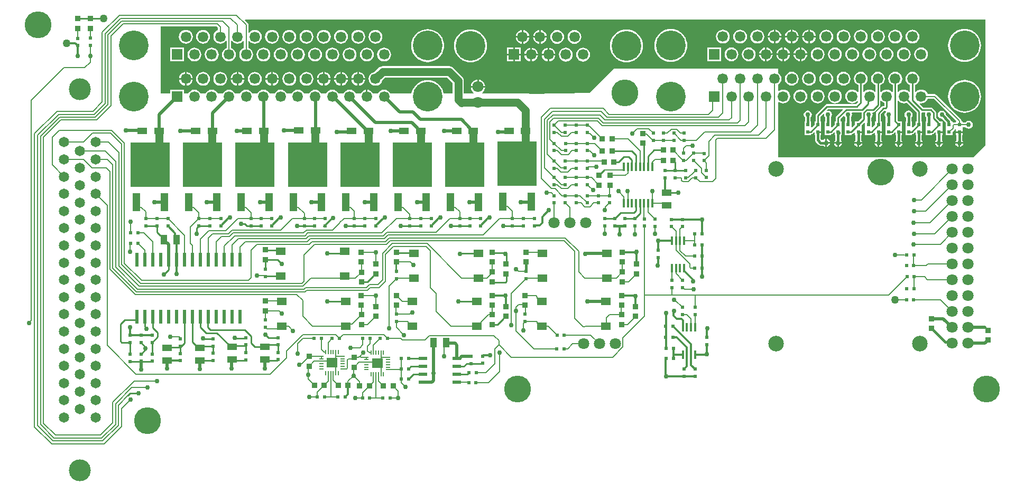
<source format=gtl>
G04*
G04 #@! TF.GenerationSoftware,Altium Limited,Altium Designer,19.0.10 (269)*
G04*
G04 Layer_Physical_Order=1*
G04 Layer_Color=255*
%FSLAX25Y25*%
%MOIN*%
G70*
G01*
G75*
%ADD14C,0.01000*%
%ADD20R,0.02400X0.09000*%
%ADD21R,0.02165X0.02165*%
%ADD22R,0.01181X0.05512*%
%ADD23R,0.02165X0.02165*%
%ADD24R,0.03347X0.03347*%
%ADD25R,0.06299X0.04921*%
%ADD26R,0.03740X0.03543*%
%ADD27R,0.03347X0.03347*%
%ADD28R,0.06693X0.06063*%
%ADD29R,0.00787X0.03150*%
%ADD30R,0.03150X0.00787*%
%ADD31R,0.05906X0.04331*%
%ADD32C,0.03000*%
%ADD33R,0.05709X0.02362*%
%ADD34R,0.06000X0.04000*%
%ADD35R,0.04000X0.06000*%
%ADD36R,0.04724X0.11811*%
%ADD37R,0.24606X0.28347*%
%ADD64C,0.00800*%
%ADD65C,0.05000*%
%ADD66C,0.02000*%
%ADD67C,0.00700*%
%ADD68C,0.01200*%
%ADD69C,0.01500*%
%ADD70C,0.07087*%
%ADD71C,0.18740*%
%ADD72R,0.06653X0.06653*%
%ADD73C,0.06653*%
%ADD74C,0.16929*%
%ADD75C,0.09843*%
%ADD76C,0.06500*%
%ADD77C,0.13800*%
%ADD78C,0.05000*%
G36*
X692750Y392750D02*
X685250Y385250D01*
X626855D01*
X626750Y385260D01*
X626645Y385250D01*
X562145D01*
Y420024D01*
X562593Y420245D01*
X563048Y419896D01*
X564101Y419460D01*
X565230Y419311D01*
X566360Y419460D01*
X567413Y419896D01*
X568316Y420589D01*
X569010Y421493D01*
X569446Y422546D01*
X569594Y423675D01*
X569446Y424805D01*
X569010Y425857D01*
X568316Y426761D01*
X567413Y427455D01*
X566360Y427891D01*
X565230Y428039D01*
X564101Y427891D01*
X563048Y427455D01*
X562593Y427105D01*
X562145Y427326D01*
Y431205D01*
X562881Y431771D01*
X563575Y432674D01*
X564011Y433727D01*
X564159Y434856D01*
X564011Y435986D01*
X563575Y437039D01*
X562881Y437942D01*
X562145Y438508D01*
Y441250D01*
X458581D01*
X443082Y425750D01*
X405250Y425250D01*
X405000Y425500D01*
X375525D01*
X375356Y426000D01*
X376020Y426510D01*
X376748Y427459D01*
X377206Y428564D01*
X377296Y429250D01*
X372779D01*
X368263D01*
X368353Y428564D01*
X368811Y427459D01*
X369539Y426510D01*
X370203Y426000D01*
X370034Y425500D01*
X363780D01*
Y433676D01*
X363660Y434590D01*
X363307Y435441D01*
X362746Y436173D01*
X357173Y441746D01*
X356441Y442307D01*
X355590Y442660D01*
X354676Y442780D01*
X312642D01*
X311728Y442660D01*
X310876Y442307D01*
X310145Y441746D01*
X307434Y439035D01*
X307028Y438981D01*
X305975Y438545D01*
X305071Y437852D01*
X304378Y436948D01*
X303942Y435895D01*
X303793Y434766D01*
X303942Y433636D01*
X304378Y432584D01*
X305071Y431680D01*
X305975Y430986D01*
X307028Y430550D01*
X308157Y430402D01*
X309287Y430550D01*
X310339Y430986D01*
X311243Y431680D01*
X311937Y432584D01*
X312373Y433636D01*
X312426Y434042D01*
X314104Y435720D01*
X353214D01*
X356720Y432214D01*
Y425500D01*
X351199D01*
X350887Y426799D01*
X350262Y428307D01*
X349410Y429699D01*
X348349Y430940D01*
X347108Y432000D01*
X345717Y432853D01*
X344208Y433478D01*
X342621Y433859D01*
X340994Y433987D01*
X339367Y433859D01*
X337780Y433478D01*
X336272Y432853D01*
X334880Y432000D01*
X333639Y430940D01*
X332578Y429699D01*
X331726Y428307D01*
X331101Y426799D01*
X330789Y425500D01*
X317482D01*
X317372Y425767D01*
X316679Y426671D01*
X315775Y427364D01*
X314722Y427800D01*
X313593Y427949D01*
X312463Y427800D01*
X311410Y427364D01*
X310507Y426671D01*
X309813Y425767D01*
X309703Y425500D01*
X306612D01*
X306502Y425767D01*
X305808Y426671D01*
X304905Y427364D01*
X303852Y427800D01*
X303222Y427883D01*
Y423585D01*
X302222D01*
Y427883D01*
X301593Y427800D01*
X300540Y427364D01*
X299637Y426671D01*
X298943Y425767D01*
X298833Y425500D01*
X295742D01*
X295632Y425767D01*
X294938Y426671D01*
X294035Y427364D01*
X292982Y427800D01*
X291852Y427949D01*
X290723Y427800D01*
X289670Y427364D01*
X288767Y426671D01*
X288073Y425767D01*
X287963Y425500D01*
X284872D01*
X284762Y425767D01*
X284068Y426671D01*
X283164Y427364D01*
X282112Y427800D01*
X280982Y427949D01*
X279853Y427800D01*
X278800Y427364D01*
X277896Y426671D01*
X277203Y425767D01*
X277092Y425500D01*
X274002D01*
X273892Y425767D01*
X273198Y426671D01*
X272294Y427364D01*
X271242Y427800D01*
X270112Y427949D01*
X268983Y427800D01*
X267930Y427364D01*
X267026Y426671D01*
X266333Y425767D01*
X266222Y425500D01*
X263132D01*
X263022Y425767D01*
X262328Y426671D01*
X261424Y427364D01*
X260372Y427800D01*
X259242Y427949D01*
X258113Y427800D01*
X257060Y427364D01*
X256156Y426671D01*
X255463Y425767D01*
X255352Y425500D01*
X252262D01*
X252151Y425767D01*
X251458Y426671D01*
X250554Y427364D01*
X249501Y427800D01*
X248372Y427949D01*
X247242Y427800D01*
X246190Y427364D01*
X245286Y426671D01*
X244593Y425767D01*
X244482Y425500D01*
X241392D01*
X241281Y425767D01*
X240588Y426671D01*
X239684Y427364D01*
X238632Y427800D01*
X237502Y427949D01*
X236372Y427800D01*
X235320Y427364D01*
X234416Y426671D01*
X233723Y425767D01*
X233612Y425500D01*
X230522D01*
X230411Y425767D01*
X229718Y426671D01*
X228814Y427364D01*
X227761Y427800D01*
X226632Y427949D01*
X225502Y427800D01*
X224450Y427364D01*
X223546Y426671D01*
X222852Y425767D01*
X222742Y425500D01*
X219652D01*
X219541Y425767D01*
X218848Y426671D01*
X217944Y427364D01*
X216891Y427800D01*
X215762Y427949D01*
X214632Y427800D01*
X213580Y427364D01*
X212676Y426671D01*
X211982Y425767D01*
X211872Y425500D01*
X208782D01*
X208671Y425767D01*
X207978Y426671D01*
X207074Y427364D01*
X206021Y427800D01*
X204892Y427949D01*
X203762Y427800D01*
X202710Y427364D01*
X201806Y426671D01*
X201112Y425767D01*
X201002Y425500D01*
X197912D01*
X197801Y425767D01*
X197108Y426671D01*
X196204Y427364D01*
X195151Y427800D01*
X194022Y427949D01*
X192892Y427800D01*
X191840Y427364D01*
X190936Y426671D01*
X190242Y425767D01*
X190132Y425500D01*
X187478D01*
Y427911D01*
X178825D01*
Y425500D01*
X173000D01*
X172750Y425750D01*
Y468023D01*
X207959Y468023D01*
X208899Y467082D01*
Y465433D01*
X208145Y465120D01*
X207241Y464427D01*
X206547Y463523D01*
X206111Y462470D01*
X205963Y461341D01*
X206111Y460211D01*
X206547Y459159D01*
X207241Y458255D01*
X208145Y457561D01*
X209197Y457125D01*
X210327Y456977D01*
X211456Y457125D01*
X212509Y457561D01*
X213413Y458255D01*
X213834Y458804D01*
X214334Y458635D01*
Y454251D01*
X213580Y453939D01*
X212676Y453245D01*
X211982Y452342D01*
X211546Y451289D01*
X211398Y450159D01*
X211546Y449030D01*
X211982Y447977D01*
X212676Y447074D01*
X213580Y446380D01*
X214632Y445944D01*
X215762Y445795D01*
X216891Y445944D01*
X217944Y446380D01*
X218848Y447074D01*
X219541Y447977D01*
X219977Y449030D01*
X220126Y450159D01*
X219977Y451289D01*
X219541Y452342D01*
X218848Y453245D01*
X217944Y453939D01*
X217189Y454251D01*
Y458635D01*
X217689Y458804D01*
X218111Y458255D01*
X219015Y457561D01*
X220067Y457125D01*
X221197Y456977D01*
X222326Y457125D01*
X223379Y457561D01*
X224283Y458255D01*
X224704Y458804D01*
X225204Y458635D01*
Y454251D01*
X224450Y453939D01*
X223546Y453245D01*
X222852Y452342D01*
X222416Y451289D01*
X222268Y450159D01*
X222416Y449030D01*
X222852Y447977D01*
X223546Y447074D01*
X224450Y446380D01*
X225502Y445944D01*
X226632Y445795D01*
X227761Y445944D01*
X228814Y446380D01*
X229718Y447074D01*
X230411Y447977D01*
X230847Y449030D01*
X230996Y450159D01*
X230847Y451289D01*
X230411Y452342D01*
X229718Y453245D01*
X228814Y453939D01*
X228059Y454251D01*
Y458635D01*
X228559Y458805D01*
X228981Y458255D01*
X229885Y457561D01*
X230938Y457125D01*
X232067Y456977D01*
X233196Y457125D01*
X234249Y457561D01*
X235153Y458255D01*
X235846Y459159D01*
X236282Y460211D01*
X236431Y461341D01*
X236282Y462470D01*
X235846Y463523D01*
X235153Y464427D01*
X234249Y465120D01*
X233196Y465556D01*
X232067Y465705D01*
X230938Y465556D01*
X229885Y465120D01*
X228981Y464427D01*
X228559Y463877D01*
X228059Y464046D01*
Y468868D01*
X228059Y468868D01*
X227951Y469415D01*
X227641Y469877D01*
X227641Y469878D01*
X225731Y471788D01*
X225922Y472250D01*
X692750D01*
Y392750D01*
D02*
G37*
%LPC*%
G36*
X582035Y465730D02*
Y461931D01*
X585834D01*
X585751Y462561D01*
X585315Y463613D01*
X584621Y464517D01*
X583717Y465211D01*
X582665Y465647D01*
X582035Y465730D01*
D02*
G37*
G36*
X571165D02*
Y461931D01*
X574964D01*
X574881Y462561D01*
X574445Y463613D01*
X573751Y464517D01*
X572848Y465211D01*
X571795Y465647D01*
X571165Y465730D01*
D02*
G37*
G36*
X560295D02*
Y461931D01*
X564093D01*
X564011Y462561D01*
X563575Y463613D01*
X562881Y464517D01*
X561977Y465211D01*
X560925Y465647D01*
X560295Y465730D01*
D02*
G37*
G36*
X581035Y465730D02*
X580406Y465647D01*
X579353Y465211D01*
X578449Y464517D01*
X577756Y463613D01*
X577320Y462561D01*
X577237Y461931D01*
X581035D01*
Y465730D01*
D02*
G37*
G36*
X570165D02*
X569536Y465647D01*
X568483Y465211D01*
X567580Y464517D01*
X566886Y463613D01*
X566450Y462561D01*
X566367Y461931D01*
X570165D01*
Y465730D01*
D02*
G37*
G36*
X559295D02*
X558666Y465647D01*
X557613Y465211D01*
X556709Y464517D01*
X556016Y463613D01*
X555580Y462561D01*
X555497Y461931D01*
X559295D01*
Y465730D01*
D02*
G37*
G36*
X412297Y465548D02*
Y461750D01*
X416095D01*
X416013Y462380D01*
X415577Y463432D01*
X414883Y464336D01*
X413979Y465029D01*
X412927Y465465D01*
X412297Y465548D01*
D02*
G37*
G36*
X401392D02*
Y461750D01*
X405190D01*
X405107Y462380D01*
X404671Y463432D01*
X403978Y464336D01*
X403074Y465029D01*
X402021Y465465D01*
X401392Y465548D01*
D02*
G37*
G36*
X411297Y465548D02*
X410668Y465465D01*
X409615Y465029D01*
X408711Y464336D01*
X408018Y463432D01*
X407582Y462380D01*
X407499Y461750D01*
X411297D01*
Y465548D01*
D02*
G37*
G36*
X400392D02*
X399762Y465465D01*
X398710Y465029D01*
X397806Y464336D01*
X397112Y463432D01*
X396676Y462380D01*
X396593Y461750D01*
X400392D01*
Y465548D01*
D02*
G37*
G36*
X585834Y460931D02*
X582035D01*
Y457133D01*
X582665Y457216D01*
X583717Y457652D01*
X584621Y458345D01*
X585315Y459249D01*
X585751Y460302D01*
X585834Y460931D01*
D02*
G37*
G36*
X574964D02*
X571165D01*
Y457133D01*
X571795Y457216D01*
X572848Y457652D01*
X573751Y458345D01*
X574445Y459249D01*
X574881Y460302D01*
X574964Y460931D01*
D02*
G37*
G36*
X564093D02*
X560295D01*
Y457133D01*
X560925Y457216D01*
X561977Y457652D01*
X562881Y458345D01*
X563575Y459249D01*
X564011Y460302D01*
X564093Y460931D01*
D02*
G37*
G36*
X581035D02*
X577237D01*
X577320Y460302D01*
X577756Y459249D01*
X578449Y458345D01*
X579353Y457652D01*
X580406Y457216D01*
X581035Y457133D01*
Y460931D01*
D02*
G37*
G36*
X570165D02*
X566367D01*
X566450Y460302D01*
X566886Y459249D01*
X567580Y458345D01*
X568483Y457652D01*
X569536Y457216D01*
X570165Y457133D01*
Y460931D01*
D02*
G37*
G36*
X559295D02*
X555497D01*
X555580Y460302D01*
X556016Y459249D01*
X556709Y458345D01*
X557613Y457652D01*
X558666Y457216D01*
X559295Y457133D01*
Y460931D01*
D02*
G37*
G36*
X646756Y465795D02*
X645626Y465647D01*
X644574Y465211D01*
X643670Y464517D01*
X642977Y463613D01*
X642541Y462561D01*
X642392Y461431D01*
X642541Y460302D01*
X642977Y459249D01*
X643670Y458345D01*
X644574Y457652D01*
X645626Y457216D01*
X646756Y457067D01*
X647886Y457216D01*
X648938Y457652D01*
X649842Y458345D01*
X650535Y459249D01*
X650971Y460302D01*
X651120Y461431D01*
X650971Y462561D01*
X650535Y463613D01*
X649842Y464517D01*
X648938Y465211D01*
X647886Y465647D01*
X646756Y465795D01*
D02*
G37*
G36*
X635886D02*
X634756Y465647D01*
X633704Y465211D01*
X632800Y464517D01*
X632106Y463613D01*
X631670Y462561D01*
X631522Y461431D01*
X631670Y460302D01*
X632106Y459249D01*
X632800Y458345D01*
X633704Y457652D01*
X634756Y457216D01*
X635886Y457067D01*
X637015Y457216D01*
X638068Y457652D01*
X638972Y458345D01*
X639665Y459249D01*
X640101Y460302D01*
X640250Y461431D01*
X640101Y462561D01*
X639665Y463613D01*
X638972Y464517D01*
X638068Y465211D01*
X637015Y465647D01*
X635886Y465795D01*
D02*
G37*
G36*
X625016D02*
X623886Y465647D01*
X622834Y465211D01*
X621930Y464517D01*
X621236Y463613D01*
X620800Y462561D01*
X620652Y461431D01*
X620800Y460302D01*
X621236Y459249D01*
X621930Y458345D01*
X622834Y457652D01*
X623886Y457216D01*
X625016Y457067D01*
X626145Y457216D01*
X627198Y457652D01*
X628102Y458345D01*
X628795Y459249D01*
X629231Y460302D01*
X629380Y461431D01*
X629231Y462561D01*
X628795Y463613D01*
X628102Y464517D01*
X627198Y465211D01*
X626145Y465647D01*
X625016Y465795D01*
D02*
G37*
G36*
X614146D02*
X613016Y465647D01*
X611964Y465211D01*
X611060Y464517D01*
X610366Y463613D01*
X609930Y462561D01*
X609782Y461431D01*
X609930Y460302D01*
X610366Y459249D01*
X611060Y458345D01*
X611964Y457652D01*
X613016Y457216D01*
X614146Y457067D01*
X615275Y457216D01*
X616328Y457652D01*
X617232Y458345D01*
X617925Y459249D01*
X618361Y460302D01*
X618510Y461431D01*
X618361Y462561D01*
X617925Y463613D01*
X617232Y464517D01*
X616328Y465211D01*
X615275Y465647D01*
X614146Y465795D01*
D02*
G37*
G36*
X603276D02*
X602146Y465647D01*
X601093Y465211D01*
X600190Y464517D01*
X599496Y463613D01*
X599060Y462561D01*
X598912Y461431D01*
X599060Y460302D01*
X599496Y459249D01*
X600190Y458345D01*
X601093Y457652D01*
X602146Y457216D01*
X603276Y457067D01*
X604405Y457216D01*
X605458Y457652D01*
X606361Y458345D01*
X607055Y459249D01*
X607491Y460302D01*
X607640Y461431D01*
X607491Y462561D01*
X607055Y463613D01*
X606361Y464517D01*
X605458Y465211D01*
X604405Y465647D01*
X603276Y465795D01*
D02*
G37*
G36*
X592406D02*
X591276Y465647D01*
X590224Y465211D01*
X589320Y464517D01*
X588626Y463613D01*
X588190Y462561D01*
X588041Y461431D01*
X588190Y460302D01*
X588626Y459249D01*
X589320Y458345D01*
X590224Y457652D01*
X591276Y457216D01*
X592406Y457067D01*
X593535Y457216D01*
X594588Y457652D01*
X595492Y458345D01*
X596185Y459249D01*
X596621Y460302D01*
X596770Y461431D01*
X596621Y462561D01*
X596185Y463613D01*
X595492Y464517D01*
X594588Y465211D01*
X593535Y465647D01*
X592406Y465795D01*
D02*
G37*
G36*
X548925D02*
X547796Y465647D01*
X546743Y465211D01*
X545839Y464517D01*
X545146Y463613D01*
X544710Y462561D01*
X544561Y461431D01*
X544710Y460302D01*
X545146Y459249D01*
X545839Y458345D01*
X546743Y457652D01*
X547796Y457216D01*
X548925Y457067D01*
X550055Y457216D01*
X551107Y457652D01*
X552011Y458345D01*
X552705Y459249D01*
X553141Y460302D01*
X553289Y461431D01*
X553141Y462561D01*
X552705Y463613D01*
X552011Y464517D01*
X551107Y465211D01*
X550055Y465647D01*
X548925Y465795D01*
D02*
G37*
G36*
X538055D02*
X536926Y465647D01*
X535873Y465211D01*
X534969Y464517D01*
X534276Y463613D01*
X533840Y462561D01*
X533691Y461431D01*
X533840Y460302D01*
X534276Y459249D01*
X534969Y458345D01*
X535873Y457652D01*
X536926Y457216D01*
X538055Y457067D01*
X539185Y457216D01*
X540237Y457652D01*
X541141Y458345D01*
X541835Y459249D01*
X542271Y460302D01*
X542419Y461431D01*
X542271Y462561D01*
X541835Y463613D01*
X541141Y464517D01*
X540237Y465211D01*
X539185Y465647D01*
X538055Y465795D01*
D02*
G37*
G36*
X527185D02*
X526055Y465647D01*
X525003Y465211D01*
X524099Y464517D01*
X523406Y463613D01*
X522970Y462561D01*
X522821Y461431D01*
X522970Y460302D01*
X523406Y459249D01*
X524099Y458345D01*
X525003Y457652D01*
X526055Y457216D01*
X527185Y457067D01*
X528314Y457216D01*
X529367Y457652D01*
X530271Y458345D01*
X530964Y459249D01*
X531400Y460302D01*
X531549Y461431D01*
X531400Y462561D01*
X530964Y463613D01*
X530271Y464517D01*
X529367Y465211D01*
X528314Y465647D01*
X527185Y465795D01*
D02*
G37*
G36*
X308157Y465705D02*
X307028Y465556D01*
X305975Y465120D01*
X305071Y464427D01*
X304378Y463523D01*
X303942Y462470D01*
X303793Y461341D01*
X303942Y460211D01*
X304378Y459159D01*
X305071Y458255D01*
X305975Y457561D01*
X307028Y457125D01*
X308157Y456977D01*
X309287Y457125D01*
X310339Y457561D01*
X311243Y458255D01*
X311937Y459159D01*
X312373Y460211D01*
X312522Y461341D01*
X312373Y462470D01*
X311937Y463523D01*
X311243Y464427D01*
X310339Y465120D01*
X309287Y465556D01*
X308157Y465705D01*
D02*
G37*
G36*
X297287D02*
X296158Y465556D01*
X295105Y465120D01*
X294201Y464427D01*
X293508Y463523D01*
X293072Y462470D01*
X292923Y461341D01*
X293072Y460211D01*
X293508Y459159D01*
X294201Y458255D01*
X295105Y457561D01*
X296158Y457125D01*
X297287Y456977D01*
X298417Y457125D01*
X299469Y457561D01*
X300373Y458255D01*
X301067Y459159D01*
X301503Y460211D01*
X301652Y461341D01*
X301503Y462470D01*
X301067Y463523D01*
X300373Y464427D01*
X299469Y465120D01*
X298417Y465556D01*
X297287Y465705D01*
D02*
G37*
G36*
X286417D02*
X285288Y465556D01*
X284235Y465120D01*
X283331Y464427D01*
X282638Y463523D01*
X282202Y462470D01*
X282053Y461341D01*
X282202Y460211D01*
X282638Y459159D01*
X283331Y458255D01*
X284235Y457561D01*
X285288Y457125D01*
X286417Y456977D01*
X287547Y457125D01*
X288599Y457561D01*
X289503Y458255D01*
X290197Y459159D01*
X290633Y460211D01*
X290781Y461341D01*
X290633Y462470D01*
X290197Y463523D01*
X289503Y464427D01*
X288599Y465120D01*
X287547Y465556D01*
X286417Y465705D01*
D02*
G37*
G36*
X275547D02*
X274418Y465556D01*
X273365Y465120D01*
X272461Y464427D01*
X271768Y463523D01*
X271332Y462470D01*
X271183Y461341D01*
X271332Y460211D01*
X271768Y459159D01*
X272461Y458255D01*
X273365Y457561D01*
X274418Y457125D01*
X275547Y456977D01*
X276677Y457125D01*
X277729Y457561D01*
X278633Y458255D01*
X279327Y459159D01*
X279763Y460211D01*
X279911Y461341D01*
X279763Y462470D01*
X279327Y463523D01*
X278633Y464427D01*
X277729Y465120D01*
X276677Y465556D01*
X275547Y465705D01*
D02*
G37*
G36*
X264677D02*
X263548Y465556D01*
X262495Y465120D01*
X261591Y464427D01*
X260898Y463523D01*
X260462Y462470D01*
X260313Y461341D01*
X260462Y460211D01*
X260898Y459159D01*
X261591Y458255D01*
X262495Y457561D01*
X263548Y457125D01*
X264677Y456977D01*
X265807Y457125D01*
X266859Y457561D01*
X267763Y458255D01*
X268457Y459159D01*
X268893Y460211D01*
X269041Y461341D01*
X268893Y462470D01*
X268457Y463523D01*
X267763Y464427D01*
X266859Y465120D01*
X265807Y465556D01*
X264677Y465705D01*
D02*
G37*
G36*
X253807D02*
X252677Y465556D01*
X251625Y465120D01*
X250721Y464427D01*
X250028Y463523D01*
X249592Y462470D01*
X249443Y461341D01*
X249592Y460211D01*
X250028Y459159D01*
X250721Y458255D01*
X251625Y457561D01*
X252677Y457125D01*
X253807Y456977D01*
X254937Y457125D01*
X255989Y457561D01*
X256893Y458255D01*
X257586Y459159D01*
X258022Y460211D01*
X258171Y461341D01*
X258022Y462470D01*
X257586Y463523D01*
X256893Y464427D01*
X255989Y465120D01*
X254937Y465556D01*
X253807Y465705D01*
D02*
G37*
G36*
X242937D02*
X241808Y465556D01*
X240755Y465120D01*
X239851Y464427D01*
X239158Y463523D01*
X238722Y462470D01*
X238573Y461341D01*
X238722Y460211D01*
X239158Y459159D01*
X239851Y458255D01*
X240755Y457561D01*
X241808Y457125D01*
X242937Y456977D01*
X244067Y457125D01*
X245119Y457561D01*
X246023Y458255D01*
X246716Y459159D01*
X247152Y460211D01*
X247301Y461341D01*
X247152Y462470D01*
X246716Y463523D01*
X246023Y464427D01*
X245119Y465120D01*
X244067Y465556D01*
X242937Y465705D01*
D02*
G37*
G36*
X199457D02*
X198327Y465556D01*
X197274Y465120D01*
X196371Y464427D01*
X195677Y463523D01*
X195241Y462470D01*
X195092Y461341D01*
X195241Y460211D01*
X195677Y459159D01*
X196371Y458255D01*
X197274Y457561D01*
X198327Y457125D01*
X199457Y456977D01*
X200586Y457125D01*
X201639Y457561D01*
X202542Y458255D01*
X203236Y459159D01*
X203672Y460211D01*
X203821Y461341D01*
X203672Y462470D01*
X203236Y463523D01*
X202542Y464427D01*
X201639Y465120D01*
X200586Y465556D01*
X199457Y465705D01*
D02*
G37*
G36*
X188587D02*
X187457Y465556D01*
X186405Y465120D01*
X185501Y464427D01*
X184807Y463523D01*
X184371Y462470D01*
X184222Y461341D01*
X184371Y460211D01*
X184807Y459159D01*
X185501Y458255D01*
X186405Y457561D01*
X187457Y457125D01*
X188587Y456977D01*
X189716Y457125D01*
X190769Y457561D01*
X191673Y458255D01*
X192366Y459159D01*
X192802Y460211D01*
X192951Y461341D01*
X192802Y462470D01*
X192366Y463523D01*
X191673Y464427D01*
X190769Y465120D01*
X189716Y465556D01*
X188587Y465705D01*
D02*
G37*
G36*
X416095Y460750D02*
X412297D01*
Y456952D01*
X412927Y457035D01*
X413979Y457471D01*
X414883Y458164D01*
X415577Y459068D01*
X416013Y460120D01*
X416095Y460750D01*
D02*
G37*
G36*
X405190D02*
X401392D01*
Y456952D01*
X402021Y457035D01*
X403074Y457471D01*
X403978Y458164D01*
X404671Y459068D01*
X405107Y460120D01*
X405190Y460750D01*
D02*
G37*
G36*
X411297D02*
X407499D01*
X407582Y460120D01*
X408018Y459068D01*
X408711Y458164D01*
X409615Y457471D01*
X410668Y457035D01*
X411297Y456952D01*
Y460750D01*
D02*
G37*
G36*
X400392D02*
X396593D01*
X396676Y460120D01*
X397112Y459068D01*
X397806Y458164D01*
X398710Y457471D01*
X399762Y457035D01*
X400392Y456952D01*
Y460750D01*
D02*
G37*
G36*
X433608Y465614D02*
X432479Y465465D01*
X431426Y465029D01*
X430522Y464336D01*
X429829Y463432D01*
X429393Y462380D01*
X429244Y461250D01*
X429393Y460120D01*
X429829Y459068D01*
X430522Y458164D01*
X431426Y457471D01*
X432479Y457035D01*
X433608Y456886D01*
X434738Y457035D01*
X435790Y457471D01*
X436694Y458164D01*
X437388Y459068D01*
X437824Y460120D01*
X437972Y461250D01*
X437824Y462380D01*
X437388Y463432D01*
X436694Y464336D01*
X435790Y465029D01*
X434738Y465465D01*
X433608Y465614D01*
D02*
G37*
G36*
X422703D02*
X421573Y465465D01*
X420521Y465029D01*
X419617Y464336D01*
X418923Y463432D01*
X418487Y462380D01*
X418339Y461250D01*
X418487Y460120D01*
X418923Y459068D01*
X419617Y458164D01*
X420521Y457471D01*
X421573Y457035D01*
X422703Y456886D01*
X423832Y457035D01*
X424885Y457471D01*
X425789Y458164D01*
X426482Y459068D01*
X426918Y460120D01*
X427067Y461250D01*
X426918Y462380D01*
X426482Y463432D01*
X425789Y464336D01*
X424885Y465029D01*
X423832Y465465D01*
X422703Y465614D01*
D02*
G37*
G36*
X576600Y454548D02*
Y450750D01*
X580399D01*
X580316Y451379D01*
X579880Y452432D01*
X579186Y453336D01*
X578282Y454029D01*
X577230Y454465D01*
X576600Y454548D01*
D02*
G37*
G36*
X565730D02*
Y450750D01*
X569529D01*
X569446Y451379D01*
X569010Y452432D01*
X568316Y453336D01*
X567413Y454029D01*
X566360Y454465D01*
X565730Y454548D01*
D02*
G37*
G36*
X554860D02*
Y450750D01*
X558659D01*
X558576Y451379D01*
X558140Y452432D01*
X557446Y453336D01*
X556542Y454029D01*
X555490Y454465D01*
X554860Y454548D01*
D02*
G37*
G36*
X575600Y454548D02*
X574971Y454465D01*
X573918Y454029D01*
X573014Y453336D01*
X572321Y452432D01*
X571885Y451379D01*
X571802Y450750D01*
X575600D01*
Y454548D01*
D02*
G37*
G36*
X564730D02*
X564101Y454465D01*
X563048Y454029D01*
X562145Y453336D01*
X561451Y452432D01*
X561015Y451379D01*
X560932Y450750D01*
X564730D01*
Y454548D01*
D02*
G37*
G36*
X553860D02*
X553231Y454465D01*
X552178Y454029D01*
X551274Y453336D01*
X550581Y452432D01*
X550145Y451379D01*
X550062Y450750D01*
X553860D01*
Y454548D01*
D02*
G37*
G36*
X417750Y454367D02*
Y450569D01*
X421548D01*
X421465Y451198D01*
X421029Y452251D01*
X420336Y453155D01*
X419432Y453848D01*
X418379Y454284D01*
X417750Y454367D01*
D02*
G37*
G36*
X406844D02*
Y450569D01*
X410643D01*
X410560Y451198D01*
X410124Y452251D01*
X409430Y453155D01*
X408527Y453848D01*
X407474Y454284D01*
X406844Y454367D01*
D02*
G37*
G36*
X399766Y454396D02*
X395939D01*
Y450569D01*
X399766D01*
Y454396D01*
D02*
G37*
G36*
X416750Y454367D02*
X416120Y454284D01*
X415068Y453848D01*
X414164Y453155D01*
X413471Y452251D01*
X413035Y451198D01*
X412952Y450569D01*
X416750D01*
Y454367D01*
D02*
G37*
G36*
X405844D02*
X405215Y454284D01*
X404162Y453848D01*
X403259Y453155D01*
X402565Y452251D01*
X402129Y451198D01*
X402046Y450569D01*
X405844D01*
Y454367D01*
D02*
G37*
G36*
X394939Y454396D02*
X391112D01*
Y450569D01*
X394939D01*
Y454396D01*
D02*
G37*
G36*
X580399Y449750D02*
X576600D01*
Y445952D01*
X577230Y446035D01*
X578282Y446471D01*
X579186Y447164D01*
X579880Y448068D01*
X580316Y449121D01*
X580399Y449750D01*
D02*
G37*
G36*
X569529D02*
X565730D01*
Y445952D01*
X566360Y446035D01*
X567413Y446471D01*
X568316Y447164D01*
X569010Y448068D01*
X569446Y449121D01*
X569529Y449750D01*
D02*
G37*
G36*
X558659D02*
X554860D01*
Y445952D01*
X555490Y446035D01*
X556542Y446471D01*
X557446Y447164D01*
X558140Y448068D01*
X558576Y449121D01*
X558659Y449750D01*
D02*
G37*
G36*
X575600D02*
X571802D01*
X571885Y449121D01*
X572321Y448068D01*
X573014Y447164D01*
X573918Y446471D01*
X574971Y446035D01*
X575600Y445952D01*
Y449750D01*
D02*
G37*
G36*
X564730D02*
X560932D01*
X561015Y449121D01*
X561451Y448068D01*
X562145Y447164D01*
X563048Y446471D01*
X564101Y446035D01*
X564730Y445952D01*
Y449750D01*
D02*
G37*
G36*
X553860D02*
X550062D01*
X550145Y449121D01*
X550581Y448068D01*
X551274Y447164D01*
X552178Y446471D01*
X553231Y446035D01*
X553860Y445952D01*
Y449750D01*
D02*
G37*
G36*
X526077Y454577D02*
X517423D01*
Y445923D01*
X526077D01*
Y454577D01*
D02*
G37*
G36*
X652191Y454614D02*
X651061Y454465D01*
X650009Y454029D01*
X649105Y453336D01*
X648412Y452432D01*
X647976Y451379D01*
X647827Y450250D01*
X647976Y449121D01*
X648412Y448068D01*
X649105Y447164D01*
X650009Y446471D01*
X651061Y446035D01*
X652191Y445886D01*
X653321Y446035D01*
X654373Y446471D01*
X655277Y447164D01*
X655970Y448068D01*
X656406Y449121D01*
X656555Y450250D01*
X656406Y451379D01*
X655970Y452432D01*
X655277Y453336D01*
X654373Y454029D01*
X653321Y454465D01*
X652191Y454614D01*
D02*
G37*
G36*
X641321D02*
X640191Y454465D01*
X639139Y454029D01*
X638235Y453336D01*
X637541Y452432D01*
X637105Y451379D01*
X636957Y450250D01*
X637105Y449121D01*
X637541Y448068D01*
X638235Y447164D01*
X639139Y446471D01*
X640191Y446035D01*
X641321Y445886D01*
X642450Y446035D01*
X643503Y446471D01*
X644407Y447164D01*
X645100Y448068D01*
X645536Y449121D01*
X645685Y450250D01*
X645536Y451379D01*
X645100Y452432D01*
X644407Y453336D01*
X643503Y454029D01*
X642450Y454465D01*
X641321Y454614D01*
D02*
G37*
G36*
X630451D02*
X629321Y454465D01*
X628269Y454029D01*
X627365Y453336D01*
X626671Y452432D01*
X626235Y451379D01*
X626087Y450250D01*
X626235Y449121D01*
X626671Y448068D01*
X627365Y447164D01*
X628269Y446471D01*
X629321Y446035D01*
X630451Y445886D01*
X631580Y446035D01*
X632633Y446471D01*
X633537Y447164D01*
X634230Y448068D01*
X634666Y449121D01*
X634815Y450250D01*
X634666Y451379D01*
X634230Y452432D01*
X633537Y453336D01*
X632633Y454029D01*
X631580Y454465D01*
X630451Y454614D01*
D02*
G37*
G36*
X619581D02*
X618451Y454465D01*
X617399Y454029D01*
X616495Y453336D01*
X615801Y452432D01*
X615365Y451379D01*
X615217Y450250D01*
X615365Y449121D01*
X615801Y448068D01*
X616495Y447164D01*
X617399Y446471D01*
X618451Y446035D01*
X619581Y445886D01*
X620710Y446035D01*
X621763Y446471D01*
X622667Y447164D01*
X623360Y448068D01*
X623796Y449121D01*
X623945Y450250D01*
X623796Y451379D01*
X623360Y452432D01*
X622667Y453336D01*
X621763Y454029D01*
X620710Y454465D01*
X619581Y454614D01*
D02*
G37*
G36*
X608711D02*
X607581Y454465D01*
X606529Y454029D01*
X605625Y453336D01*
X604931Y452432D01*
X604495Y451379D01*
X604347Y450250D01*
X604495Y449121D01*
X604931Y448068D01*
X605625Y447164D01*
X606529Y446471D01*
X607581Y446035D01*
X608711Y445886D01*
X609840Y446035D01*
X610893Y446471D01*
X611797Y447164D01*
X612490Y448068D01*
X612926Y449121D01*
X613075Y450250D01*
X612926Y451379D01*
X612490Y452432D01*
X611797Y453336D01*
X610893Y454029D01*
X609840Y454465D01*
X608711Y454614D01*
D02*
G37*
G36*
X597841D02*
X596711Y454465D01*
X595658Y454029D01*
X594755Y453336D01*
X594061Y452432D01*
X593625Y451379D01*
X593476Y450250D01*
X593625Y449121D01*
X594061Y448068D01*
X594755Y447164D01*
X595658Y446471D01*
X596711Y446035D01*
X597841Y445886D01*
X598970Y446035D01*
X600023Y446471D01*
X600926Y447164D01*
X601620Y448068D01*
X602056Y449121D01*
X602205Y450250D01*
X602056Y451379D01*
X601620Y452432D01*
X600926Y453336D01*
X600023Y454029D01*
X598970Y454465D01*
X597841Y454614D01*
D02*
G37*
G36*
X586970D02*
X585841Y454465D01*
X584788Y454029D01*
X583884Y453336D01*
X583191Y452432D01*
X582755Y451379D01*
X582606Y450250D01*
X582755Y449121D01*
X583191Y448068D01*
X583884Y447164D01*
X584788Y446471D01*
X585841Y446035D01*
X586970Y445886D01*
X588100Y446035D01*
X589152Y446471D01*
X590056Y447164D01*
X590750Y448068D01*
X591186Y449121D01*
X591334Y450250D01*
X591186Y451379D01*
X590750Y452432D01*
X590056Y453336D01*
X589152Y454029D01*
X588100Y454465D01*
X586970Y454614D01*
D02*
G37*
G36*
X543490D02*
X542361Y454465D01*
X541308Y454029D01*
X540404Y453336D01*
X539711Y452432D01*
X539275Y451379D01*
X539126Y450250D01*
X539275Y449121D01*
X539711Y448068D01*
X540404Y447164D01*
X541308Y446471D01*
X542361Y446035D01*
X543490Y445886D01*
X544620Y446035D01*
X545672Y446471D01*
X546576Y447164D01*
X547270Y448068D01*
X547706Y449121D01*
X547854Y450250D01*
X547706Y451379D01*
X547270Y452432D01*
X546576Y453336D01*
X545672Y454029D01*
X544620Y454465D01*
X543490Y454614D01*
D02*
G37*
G36*
X532620D02*
X531491Y454465D01*
X530438Y454029D01*
X529534Y453336D01*
X528841Y452432D01*
X528405Y451379D01*
X528256Y450250D01*
X528405Y449121D01*
X528841Y448068D01*
X529534Y447164D01*
X530438Y446471D01*
X531491Y446035D01*
X532620Y445886D01*
X533749Y446035D01*
X534802Y446471D01*
X535706Y447164D01*
X536399Y448068D01*
X536835Y449121D01*
X536984Y450250D01*
X536835Y451379D01*
X536399Y452432D01*
X535706Y453336D01*
X534802Y454029D01*
X533749Y454465D01*
X532620Y454614D01*
D02*
G37*
G36*
X187478Y454486D02*
X178825D01*
Y445833D01*
X187478D01*
Y454486D01*
D02*
G37*
G36*
X313593Y454524D02*
X312463Y454375D01*
X311410Y453939D01*
X310507Y453245D01*
X309813Y452342D01*
X309377Y451289D01*
X309228Y450159D01*
X309377Y449030D01*
X309813Y447977D01*
X310507Y447074D01*
X311410Y446380D01*
X312463Y445944D01*
X313593Y445795D01*
X314722Y445944D01*
X315775Y446380D01*
X316679Y447074D01*
X317372Y447977D01*
X317808Y449030D01*
X317957Y450159D01*
X317808Y451289D01*
X317372Y452342D01*
X316679Y453245D01*
X315775Y453939D01*
X314722Y454375D01*
X313593Y454524D01*
D02*
G37*
G36*
X302722D02*
X301593Y454375D01*
X300540Y453939D01*
X299637Y453245D01*
X298943Y452342D01*
X298507Y451289D01*
X298358Y450159D01*
X298507Y449030D01*
X298943Y447977D01*
X299637Y447074D01*
X300540Y446380D01*
X301593Y445944D01*
X302722Y445795D01*
X303852Y445944D01*
X304905Y446380D01*
X305808Y447074D01*
X306502Y447977D01*
X306938Y449030D01*
X307086Y450159D01*
X306938Y451289D01*
X306502Y452342D01*
X305808Y453245D01*
X304905Y453939D01*
X303852Y454375D01*
X302722Y454524D01*
D02*
G37*
G36*
X291852D02*
X290723Y454375D01*
X289670Y453939D01*
X288767Y453245D01*
X288073Y452342D01*
X287637Y451289D01*
X287488Y450159D01*
X287637Y449030D01*
X288073Y447977D01*
X288767Y447074D01*
X289670Y446380D01*
X290723Y445944D01*
X291852Y445795D01*
X292982Y445944D01*
X294035Y446380D01*
X294938Y447074D01*
X295632Y447977D01*
X296068Y449030D01*
X296217Y450159D01*
X296068Y451289D01*
X295632Y452342D01*
X294938Y453245D01*
X294035Y453939D01*
X292982Y454375D01*
X291852Y454524D01*
D02*
G37*
G36*
X280982D02*
X279853Y454375D01*
X278800Y453939D01*
X277896Y453245D01*
X277203Y452342D01*
X276767Y451289D01*
X276618Y450159D01*
X276767Y449030D01*
X277203Y447977D01*
X277896Y447074D01*
X278800Y446380D01*
X279853Y445944D01*
X280982Y445795D01*
X282112Y445944D01*
X283164Y446380D01*
X284068Y447074D01*
X284762Y447977D01*
X285198Y449030D01*
X285346Y450159D01*
X285198Y451289D01*
X284762Y452342D01*
X284068Y453245D01*
X283164Y453939D01*
X282112Y454375D01*
X280982Y454524D01*
D02*
G37*
G36*
X270112D02*
X268983Y454375D01*
X267930Y453939D01*
X267026Y453245D01*
X266333Y452342D01*
X265897Y451289D01*
X265748Y450159D01*
X265897Y449030D01*
X266333Y447977D01*
X267026Y447074D01*
X267930Y446380D01*
X268983Y445944D01*
X270112Y445795D01*
X271242Y445944D01*
X272294Y446380D01*
X273198Y447074D01*
X273892Y447977D01*
X274328Y449030D01*
X274476Y450159D01*
X274328Y451289D01*
X273892Y452342D01*
X273198Y453245D01*
X272294Y453939D01*
X271242Y454375D01*
X270112Y454524D01*
D02*
G37*
G36*
X259242D02*
X258113Y454375D01*
X257060Y453939D01*
X256156Y453245D01*
X255463Y452342D01*
X255027Y451289D01*
X254878Y450159D01*
X255027Y449030D01*
X255463Y447977D01*
X256156Y447074D01*
X257060Y446380D01*
X258113Y445944D01*
X259242Y445795D01*
X260372Y445944D01*
X261424Y446380D01*
X262328Y447074D01*
X263022Y447977D01*
X263458Y449030D01*
X263606Y450159D01*
X263458Y451289D01*
X263022Y452342D01*
X262328Y453245D01*
X261424Y453939D01*
X260372Y454375D01*
X259242Y454524D01*
D02*
G37*
G36*
X248372D02*
X247242Y454375D01*
X246190Y453939D01*
X245286Y453245D01*
X244593Y452342D01*
X244157Y451289D01*
X244008Y450159D01*
X244157Y449030D01*
X244593Y447977D01*
X245286Y447074D01*
X246190Y446380D01*
X247242Y445944D01*
X248372Y445795D01*
X249501Y445944D01*
X250554Y446380D01*
X251458Y447074D01*
X252151Y447977D01*
X252587Y449030D01*
X252736Y450159D01*
X252587Y451289D01*
X252151Y452342D01*
X251458Y453245D01*
X250554Y453939D01*
X249501Y454375D01*
X248372Y454524D01*
D02*
G37*
G36*
X237502D02*
X236372Y454375D01*
X235320Y453939D01*
X234416Y453245D01*
X233723Y452342D01*
X233287Y451289D01*
X233138Y450159D01*
X233287Y449030D01*
X233723Y447977D01*
X234416Y447074D01*
X235320Y446380D01*
X236372Y445944D01*
X237502Y445795D01*
X238632Y445944D01*
X239684Y446380D01*
X240588Y447074D01*
X241281Y447977D01*
X241717Y449030D01*
X241866Y450159D01*
X241717Y451289D01*
X241281Y452342D01*
X240588Y453245D01*
X239684Y453939D01*
X238632Y454375D01*
X237502Y454524D01*
D02*
G37*
G36*
X204892D02*
X203762Y454375D01*
X202710Y453939D01*
X201806Y453245D01*
X201112Y452342D01*
X200676Y451289D01*
X200528Y450159D01*
X200676Y449030D01*
X201112Y447977D01*
X201806Y447074D01*
X202710Y446380D01*
X203762Y445944D01*
X204892Y445795D01*
X206021Y445944D01*
X207074Y446380D01*
X207978Y447074D01*
X208671Y447977D01*
X209107Y449030D01*
X209256Y450159D01*
X209107Y451289D01*
X208671Y452342D01*
X207978Y453245D01*
X207074Y453939D01*
X206021Y454375D01*
X204892Y454524D01*
D02*
G37*
G36*
X194022D02*
X192892Y454375D01*
X191840Y453939D01*
X190936Y453245D01*
X190242Y452342D01*
X189806Y451289D01*
X189657Y450159D01*
X189806Y449030D01*
X190242Y447977D01*
X190936Y447074D01*
X191840Y446380D01*
X192892Y445944D01*
X194022Y445795D01*
X195151Y445944D01*
X196204Y446380D01*
X197108Y447074D01*
X197801Y447977D01*
X198237Y449030D01*
X198386Y450159D01*
X198237Y451289D01*
X197801Y452342D01*
X197108Y453245D01*
X196204Y453939D01*
X195151Y454375D01*
X194022Y454524D01*
D02*
G37*
G36*
X421548Y449569D02*
X417750D01*
Y445771D01*
X418379Y445854D01*
X419432Y446290D01*
X420336Y446983D01*
X421029Y447887D01*
X421465Y448940D01*
X421548Y449569D01*
D02*
G37*
G36*
X410643D02*
X406844D01*
Y445771D01*
X407474Y445854D01*
X408527Y446290D01*
X409430Y446983D01*
X410124Y447887D01*
X410560Y448940D01*
X410643Y449569D01*
D02*
G37*
G36*
X416750D02*
X412952D01*
X413035Y448940D01*
X413471Y447887D01*
X414164Y446983D01*
X415068Y446290D01*
X416120Y445854D01*
X416750Y445771D01*
Y449569D01*
D02*
G37*
G36*
X405844D02*
X402046D01*
X402129Y448940D01*
X402565Y447887D01*
X403259Y446983D01*
X404162Y446290D01*
X405215Y445854D01*
X405844Y445771D01*
Y449569D01*
D02*
G37*
G36*
X399766D02*
X395939D01*
Y445742D01*
X399766D01*
Y449569D01*
D02*
G37*
G36*
X394939D02*
X391112D01*
Y445742D01*
X394939D01*
Y449569D01*
D02*
G37*
G36*
X439061Y454433D02*
X437931Y454284D01*
X436879Y453848D01*
X435975Y453155D01*
X435282Y452251D01*
X434846Y451198D01*
X434697Y450069D01*
X434846Y448940D01*
X435282Y447887D01*
X435975Y446983D01*
X436879Y446290D01*
X437931Y445854D01*
X439061Y445705D01*
X440191Y445854D01*
X441243Y446290D01*
X442147Y446983D01*
X442840Y447887D01*
X443276Y448940D01*
X443425Y450069D01*
X443276Y451198D01*
X442840Y452251D01*
X442147Y453155D01*
X441243Y453848D01*
X440191Y454284D01*
X439061Y454433D01*
D02*
G37*
G36*
X428156D02*
X427026Y454284D01*
X425974Y453848D01*
X425070Y453155D01*
X424376Y452251D01*
X423940Y451198D01*
X423792Y450069D01*
X423940Y448940D01*
X424376Y447887D01*
X425070Y446983D01*
X425974Y446290D01*
X427026Y445854D01*
X428156Y445705D01*
X429285Y445854D01*
X430338Y446290D01*
X431242Y446983D01*
X431935Y447887D01*
X432371Y448940D01*
X432520Y450069D01*
X432371Y451198D01*
X431935Y452251D01*
X431242Y453155D01*
X430338Y453848D01*
X429285Y454284D01*
X428156Y454433D01*
D02*
G37*
G36*
X679593Y466243D02*
X677965Y466115D01*
X676378Y465734D01*
X674870Y465109D01*
X673478Y464256D01*
X672237Y463196D01*
X671177Y461955D01*
X670324Y460563D01*
X669700Y459055D01*
X669318Y457468D01*
X669190Y455841D01*
X669318Y454213D01*
X669700Y452626D01*
X670324Y451118D01*
X671177Y449726D01*
X672237Y448485D01*
X673478Y447425D01*
X674870Y446572D01*
X676378Y445948D01*
X677965Y445567D01*
X679593Y445438D01*
X681220Y445567D01*
X682807Y445948D01*
X684315Y446572D01*
X685707Y447425D01*
X686948Y448485D01*
X688008Y449726D01*
X688861Y451118D01*
X689486Y452626D01*
X689867Y454213D01*
X689995Y455841D01*
X689867Y457468D01*
X689486Y459055D01*
X688861Y460563D01*
X688008Y461955D01*
X686948Y463196D01*
X685707Y464256D01*
X684315Y465109D01*
X682807Y465734D01*
X681220Y466115D01*
X679593Y466243D01*
D02*
G37*
G36*
X494348D02*
X492721Y466115D01*
X491134Y465734D01*
X489626Y465109D01*
X488234Y464256D01*
X486993Y463196D01*
X485933Y461955D01*
X485080Y460563D01*
X484455Y459055D01*
X484074Y457468D01*
X483946Y455841D01*
X484074Y454213D01*
X484455Y452626D01*
X485080Y451118D01*
X485933Y449726D01*
X486993Y448485D01*
X488234Y447425D01*
X489626Y446572D01*
X491134Y445948D01*
X492721Y445567D01*
X494348Y445438D01*
X495976Y445567D01*
X497563Y445948D01*
X499071Y446572D01*
X500463Y447425D01*
X501704Y448485D01*
X502764Y449726D01*
X503617Y451118D01*
X504241Y452626D01*
X504623Y454213D01*
X504751Y455841D01*
X504623Y457468D01*
X504241Y459055D01*
X503617Y460563D01*
X502764Y461955D01*
X501704Y463196D01*
X500463Y464256D01*
X499071Y465109D01*
X497563Y465734D01*
X495976Y466115D01*
X494348Y466243D01*
D02*
G37*
G36*
X340994Y466152D02*
X339367Y466024D01*
X337780Y465643D01*
X336272Y465018D01*
X334880Y464165D01*
X333639Y463105D01*
X332578Y461864D01*
X331726Y460472D01*
X331101Y458964D01*
X330720Y457377D01*
X330592Y455750D01*
X330720Y454123D01*
X331101Y452536D01*
X331726Y451027D01*
X332578Y449636D01*
X333639Y448395D01*
X334880Y447334D01*
X336272Y446482D01*
X337780Y445857D01*
X339367Y445476D01*
X340994Y445348D01*
X342621Y445476D01*
X344208Y445857D01*
X345717Y446482D01*
X347108Y447334D01*
X348349Y448395D01*
X349410Y449636D01*
X350262Y451027D01*
X350887Y452536D01*
X351268Y454123D01*
X351396Y455750D01*
X351268Y457377D01*
X350887Y458964D01*
X350262Y460472D01*
X349410Y461864D01*
X348349Y463105D01*
X347108Y464165D01*
X345717Y465018D01*
X344208Y465643D01*
X342621Y466024D01*
X340994Y466152D01*
D02*
G37*
G36*
X466443Y466061D02*
X464816Y465934D01*
X463229Y465552D01*
X461721Y464928D01*
X460329Y464075D01*
X459088Y463015D01*
X458028Y461774D01*
X457175Y460382D01*
X456550Y458874D01*
X456169Y457287D01*
X456041Y455659D01*
X456169Y454032D01*
X456550Y452445D01*
X457175Y450937D01*
X458028Y449545D01*
X459088Y448304D01*
X460329Y447244D01*
X461721Y446391D01*
X463229Y445766D01*
X464816Y445385D01*
X466443Y445257D01*
X468070Y445385D01*
X469657Y445766D01*
X471166Y446391D01*
X472557Y447244D01*
X473798Y448304D01*
X474859Y449545D01*
X475711Y450937D01*
X476336Y452445D01*
X476717Y454032D01*
X476845Y455659D01*
X476717Y457287D01*
X476336Y458874D01*
X475711Y460382D01*
X474859Y461774D01*
X473798Y463015D01*
X472557Y464075D01*
X471166Y464928D01*
X469657Y465552D01*
X468070Y465934D01*
X466443Y466061D01*
D02*
G37*
G36*
X368057D02*
X366430Y465934D01*
X364843Y465552D01*
X363334Y464928D01*
X361943Y464075D01*
X360702Y463015D01*
X359642Y461774D01*
X358789Y460382D01*
X358164Y458874D01*
X357783Y457287D01*
X357655Y455659D01*
X357783Y454032D01*
X358164Y452445D01*
X358789Y450937D01*
X359642Y449545D01*
X360702Y448304D01*
X361943Y447244D01*
X363334Y446391D01*
X364843Y445766D01*
X366430Y445385D01*
X368057Y445257D01*
X369684Y445385D01*
X371271Y445766D01*
X372779Y446391D01*
X374171Y447244D01*
X375412Y448304D01*
X376472Y449545D01*
X377325Y450937D01*
X377950Y452445D01*
X378331Y454032D01*
X378459Y455659D01*
X378331Y457287D01*
X377950Y458874D01*
X377325Y460382D01*
X376472Y461774D01*
X375412Y463015D01*
X374171Y464075D01*
X372779Y464928D01*
X371271Y465552D01*
X369684Y465934D01*
X368057Y466061D01*
D02*
G37*
G36*
X297787Y439064D02*
Y435266D01*
X301586D01*
X301503Y435895D01*
X301067Y436948D01*
X300373Y437852D01*
X299469Y438545D01*
X298417Y438981D01*
X297787Y439064D01*
D02*
G37*
G36*
X286917D02*
Y435266D01*
X290716D01*
X290633Y435895D01*
X290197Y436948D01*
X289503Y437852D01*
X288599Y438545D01*
X287547Y438981D01*
X286917Y439064D01*
D02*
G37*
G36*
X276047D02*
Y435266D01*
X279845D01*
X279763Y435895D01*
X279327Y436948D01*
X278633Y437852D01*
X277729Y438545D01*
X276677Y438981D01*
X276047Y439064D01*
D02*
G37*
G36*
X243437D02*
Y435266D01*
X247235D01*
X247152Y435895D01*
X246716Y436948D01*
X246023Y437852D01*
X245119Y438545D01*
X244067Y438981D01*
X243437Y439064D01*
D02*
G37*
G36*
X221697D02*
Y435266D01*
X225495D01*
X225412Y435895D01*
X224976Y436948D01*
X224283Y437852D01*
X223379Y438545D01*
X222326Y438981D01*
X221697Y439064D01*
D02*
G37*
G36*
X189087D02*
Y435266D01*
X192885D01*
X192802Y435895D01*
X192366Y436948D01*
X191673Y437852D01*
X190769Y438545D01*
X189716Y438981D01*
X189087Y439064D01*
D02*
G37*
G36*
X296787Y439064D02*
X296158Y438981D01*
X295105Y438545D01*
X294201Y437852D01*
X293508Y436948D01*
X293072Y435895D01*
X292989Y435266D01*
X296787D01*
Y439064D01*
D02*
G37*
G36*
X285917D02*
X285288Y438981D01*
X284235Y438545D01*
X283331Y437852D01*
X282638Y436948D01*
X282202Y435895D01*
X282119Y435266D01*
X285917D01*
Y439064D01*
D02*
G37*
G36*
X275047D02*
X274418Y438981D01*
X273365Y438545D01*
X272461Y437852D01*
X271768Y436948D01*
X271332Y435895D01*
X271249Y435266D01*
X275047D01*
Y439064D01*
D02*
G37*
G36*
X242437D02*
X241808Y438981D01*
X240755Y438545D01*
X239851Y437852D01*
X239158Y436948D01*
X238722Y435895D01*
X238639Y435266D01*
X242437D01*
Y439064D01*
D02*
G37*
G36*
X220697D02*
X220067Y438981D01*
X219015Y438545D01*
X218111Y437852D01*
X217417Y436948D01*
X216981Y435895D01*
X216898Y435266D01*
X220697D01*
Y439064D01*
D02*
G37*
G36*
X188087D02*
X187457Y438981D01*
X186405Y438545D01*
X185501Y437852D01*
X184807Y436948D01*
X184371Y435895D01*
X184288Y435266D01*
X188087D01*
Y439064D01*
D02*
G37*
G36*
X603276Y439221D02*
X602146Y439072D01*
X601093Y438636D01*
X600190Y437942D01*
X599496Y437039D01*
X599060Y435986D01*
X598912Y434856D01*
X599060Y433727D01*
X599496Y432674D01*
X600190Y431771D01*
X601093Y431077D01*
X602146Y430641D01*
X603276Y430492D01*
X604405Y430641D01*
X605458Y431077D01*
X606361Y431771D01*
X607055Y432674D01*
X607491Y433727D01*
X607640Y434856D01*
X607491Y435986D01*
X607055Y437039D01*
X606361Y437942D01*
X605458Y438636D01*
X604405Y439072D01*
X603276Y439221D01*
D02*
G37*
G36*
X592406D02*
X591276Y439072D01*
X590224Y438636D01*
X589320Y437942D01*
X588626Y437039D01*
X588190Y435986D01*
X588041Y434856D01*
X588190Y433727D01*
X588626Y432674D01*
X589320Y431771D01*
X590224Y431077D01*
X591276Y430641D01*
X592406Y430492D01*
X593535Y430641D01*
X594588Y431077D01*
X595492Y431771D01*
X596185Y432674D01*
X596621Y433727D01*
X596770Y434856D01*
X596621Y435986D01*
X596185Y437039D01*
X595492Y437942D01*
X594588Y438636D01*
X593535Y439072D01*
X592406Y439221D01*
D02*
G37*
G36*
X581535D02*
X580406Y439072D01*
X579353Y438636D01*
X578449Y437942D01*
X577756Y437039D01*
X577320Y435986D01*
X577171Y434856D01*
X577320Y433727D01*
X577756Y432674D01*
X578449Y431771D01*
X579353Y431077D01*
X580406Y430641D01*
X581535Y430492D01*
X582665Y430641D01*
X583717Y431077D01*
X584621Y431771D01*
X585315Y432674D01*
X585751Y433727D01*
X585899Y434856D01*
X585751Y435986D01*
X585315Y437039D01*
X584621Y437942D01*
X583717Y438636D01*
X582665Y439072D01*
X581535Y439221D01*
D02*
G37*
G36*
X570665D02*
X569536Y439072D01*
X568483Y438636D01*
X567580Y437942D01*
X566886Y437039D01*
X566450Y435986D01*
X566301Y434856D01*
X566450Y433727D01*
X566886Y432674D01*
X567580Y431771D01*
X568483Y431077D01*
X569536Y430641D01*
X570665Y430492D01*
X571795Y430641D01*
X572848Y431077D01*
X573751Y431771D01*
X574445Y432674D01*
X574881Y433727D01*
X575030Y434856D01*
X574881Y435986D01*
X574445Y437039D01*
X573751Y437942D01*
X572848Y438636D01*
X571795Y439072D01*
X570665Y439221D01*
D02*
G37*
G36*
X301586Y434266D02*
X297787D01*
Y430468D01*
X298417Y430550D01*
X299469Y430986D01*
X300373Y431680D01*
X301067Y432584D01*
X301503Y433636D01*
X301586Y434266D01*
D02*
G37*
G36*
X290716D02*
X286917D01*
Y430468D01*
X287547Y430550D01*
X288599Y430986D01*
X289503Y431680D01*
X290197Y432584D01*
X290633Y433636D01*
X290716Y434266D01*
D02*
G37*
G36*
X279845D02*
X276047D01*
Y430468D01*
X276677Y430550D01*
X277729Y430986D01*
X278633Y431680D01*
X279327Y432584D01*
X279763Y433636D01*
X279845Y434266D01*
D02*
G37*
G36*
X247235D02*
X243437D01*
Y430468D01*
X244067Y430550D01*
X245119Y430986D01*
X246023Y431680D01*
X246716Y432584D01*
X247152Y433636D01*
X247235Y434266D01*
D02*
G37*
G36*
X225495D02*
X221697D01*
Y430468D01*
X222326Y430550D01*
X223379Y430986D01*
X224283Y431680D01*
X224976Y432584D01*
X225412Y433636D01*
X225495Y434266D01*
D02*
G37*
G36*
X192885D02*
X189087D01*
Y430468D01*
X189716Y430550D01*
X190769Y430986D01*
X191673Y431680D01*
X192366Y432584D01*
X192802Y433636D01*
X192885Y434266D01*
D02*
G37*
G36*
X296787D02*
X292989D01*
X293072Y433636D01*
X293508Y432584D01*
X294201Y431680D01*
X295105Y430986D01*
X296158Y430550D01*
X296787Y430468D01*
Y434266D01*
D02*
G37*
G36*
X285917D02*
X282119D01*
X282202Y433636D01*
X282638Y432584D01*
X283331Y431680D01*
X284235Y430986D01*
X285288Y430550D01*
X285917Y430468D01*
Y434266D01*
D02*
G37*
G36*
X275047D02*
X271249D01*
X271332Y433636D01*
X271768Y432584D01*
X272461Y431680D01*
X273365Y430986D01*
X274418Y430550D01*
X275047Y430468D01*
Y434266D01*
D02*
G37*
G36*
X242437D02*
X238639D01*
X238722Y433636D01*
X239158Y432584D01*
X239851Y431680D01*
X240755Y430986D01*
X241808Y430550D01*
X242437Y430468D01*
Y434266D01*
D02*
G37*
G36*
X220697D02*
X216898D01*
X216981Y433636D01*
X217417Y432584D01*
X218111Y431680D01*
X219015Y430986D01*
X220067Y430550D01*
X220697Y430468D01*
Y434266D01*
D02*
G37*
G36*
X188087D02*
X184288D01*
X184371Y433636D01*
X184807Y432584D01*
X185501Y431680D01*
X186405Y430986D01*
X187457Y430550D01*
X188087Y430468D01*
Y434266D01*
D02*
G37*
G36*
X264677Y439130D02*
X263548Y438981D01*
X262495Y438545D01*
X261591Y437852D01*
X260898Y436948D01*
X260462Y435895D01*
X260313Y434766D01*
X260462Y433636D01*
X260898Y432584D01*
X261591Y431680D01*
X262495Y430986D01*
X263548Y430550D01*
X264677Y430402D01*
X265807Y430550D01*
X266859Y430986D01*
X267763Y431680D01*
X268457Y432584D01*
X268893Y433636D01*
X269041Y434766D01*
X268893Y435895D01*
X268457Y436948D01*
X267763Y437852D01*
X266859Y438545D01*
X265807Y438981D01*
X264677Y439130D01*
D02*
G37*
G36*
X253807D02*
X252677Y438981D01*
X251625Y438545D01*
X250721Y437852D01*
X250028Y436948D01*
X249592Y435895D01*
X249443Y434766D01*
X249592Y433636D01*
X250028Y432584D01*
X250721Y431680D01*
X251625Y430986D01*
X252677Y430550D01*
X253807Y430402D01*
X254937Y430550D01*
X255989Y430986D01*
X256893Y431680D01*
X257586Y432584D01*
X258022Y433636D01*
X258171Y434766D01*
X258022Y435895D01*
X257586Y436948D01*
X256893Y437852D01*
X255989Y438545D01*
X254937Y438981D01*
X253807Y439130D01*
D02*
G37*
G36*
X232067D02*
X230938Y438981D01*
X229885Y438545D01*
X228981Y437852D01*
X228288Y436948D01*
X227852Y435895D01*
X227703Y434766D01*
X227852Y433636D01*
X228288Y432584D01*
X228981Y431680D01*
X229885Y430986D01*
X230938Y430550D01*
X232067Y430402D01*
X233196Y430550D01*
X234249Y430986D01*
X235153Y431680D01*
X235846Y432584D01*
X236282Y433636D01*
X236431Y434766D01*
X236282Y435895D01*
X235846Y436948D01*
X235153Y437852D01*
X234249Y438545D01*
X233196Y438981D01*
X232067Y439130D01*
D02*
G37*
G36*
X210327D02*
X209197Y438981D01*
X208145Y438545D01*
X207241Y437852D01*
X206547Y436948D01*
X206111Y435895D01*
X205963Y434766D01*
X206111Y433636D01*
X206547Y432584D01*
X207241Y431680D01*
X208145Y430986D01*
X209197Y430550D01*
X210327Y430402D01*
X211456Y430550D01*
X212509Y430986D01*
X213413Y431680D01*
X214106Y432584D01*
X214542Y433636D01*
X214691Y434766D01*
X214542Y435895D01*
X214106Y436948D01*
X213413Y437852D01*
X212509Y438545D01*
X211456Y438981D01*
X210327Y439130D01*
D02*
G37*
G36*
X199457D02*
X198327Y438981D01*
X197274Y438545D01*
X196371Y437852D01*
X195677Y436948D01*
X195241Y435895D01*
X195092Y434766D01*
X195241Y433636D01*
X195677Y432584D01*
X196371Y431680D01*
X197274Y430986D01*
X198327Y430550D01*
X199457Y430402D01*
X200586Y430550D01*
X201639Y430986D01*
X202542Y431680D01*
X203236Y432584D01*
X203672Y433636D01*
X203821Y434766D01*
X203672Y435895D01*
X203236Y436948D01*
X202542Y437852D01*
X201639Y438545D01*
X200586Y438981D01*
X199457Y439130D01*
D02*
G37*
G36*
X373280Y434267D02*
Y430250D01*
X377296D01*
X377206Y430936D01*
X376748Y432041D01*
X376020Y432990D01*
X375071Y433719D01*
X373966Y434176D01*
X373280Y434267D01*
D02*
G37*
G36*
X372280D02*
X371593Y434176D01*
X370488Y433719D01*
X369539Y432990D01*
X368811Y432041D01*
X368353Y430936D01*
X368263Y430250D01*
X372280D01*
Y434267D01*
D02*
G37*
G36*
X646756Y439221D02*
X645626Y439072D01*
X644574Y438636D01*
X643670Y437942D01*
X642977Y437039D01*
X642541Y435986D01*
X642392Y434856D01*
X642541Y433727D01*
X642977Y432674D01*
X643670Y431771D01*
X644574Y431077D01*
X645227Y430807D01*
Y426514D01*
X644727Y426344D01*
X644407Y426761D01*
X643503Y427455D01*
X642450Y427891D01*
X641321Y428039D01*
X640191Y427891D01*
X639139Y427455D01*
X638235Y426761D01*
X637915Y426344D01*
X637415Y426514D01*
Y430807D01*
X638068Y431077D01*
X638972Y431771D01*
X639665Y432674D01*
X640101Y433727D01*
X640250Y434856D01*
X640101Y435986D01*
X639665Y437039D01*
X638972Y437942D01*
X638068Y438636D01*
X637015Y439072D01*
X635886Y439221D01*
X634756Y439072D01*
X633704Y438636D01*
X632800Y437942D01*
X632106Y437039D01*
X631670Y435986D01*
X631522Y434856D01*
X631670Y433727D01*
X632106Y432674D01*
X632800Y431771D01*
X633704Y431077D01*
X634356Y430807D01*
Y426514D01*
X633856Y426344D01*
X633537Y426761D01*
X632633Y427455D01*
X631580Y427891D01*
X630451Y428039D01*
X629321Y427891D01*
X628269Y427455D01*
X627365Y426761D01*
X627045Y426344D01*
X626545Y426514D01*
Y430807D01*
X627198Y431077D01*
X628102Y431771D01*
X628795Y432674D01*
X629231Y433727D01*
X629380Y434856D01*
X629231Y435986D01*
X628795Y437039D01*
X628102Y437942D01*
X627198Y438636D01*
X626145Y439072D01*
X625016Y439221D01*
X623886Y439072D01*
X622834Y438636D01*
X621930Y437942D01*
X621236Y437039D01*
X620800Y435986D01*
X620652Y434856D01*
X620800Y433727D01*
X621236Y432674D01*
X621930Y431771D01*
X622834Y431077D01*
X623486Y430807D01*
Y426514D01*
X622986Y426344D01*
X622667Y426761D01*
X621763Y427455D01*
X620710Y427891D01*
X619581Y428039D01*
X618451Y427891D01*
X617399Y427455D01*
X616495Y426761D01*
X616175Y426344D01*
X615675Y426514D01*
Y430807D01*
X616328Y431077D01*
X617232Y431771D01*
X617925Y432674D01*
X618361Y433727D01*
X618510Y434856D01*
X618361Y435986D01*
X617925Y437039D01*
X617232Y437942D01*
X616328Y438636D01*
X615275Y439072D01*
X614146Y439221D01*
X613016Y439072D01*
X611964Y438636D01*
X611060Y437942D01*
X610366Y437039D01*
X609930Y435986D01*
X609782Y434856D01*
X609930Y433727D01*
X610366Y432674D01*
X611060Y431771D01*
X611964Y431077D01*
X612616Y430807D01*
Y426514D01*
X612116Y426344D01*
X611797Y426761D01*
X610893Y427455D01*
X609840Y427891D01*
X608711Y428039D01*
X607581Y427891D01*
X606529Y427455D01*
X605625Y426761D01*
X604931Y425857D01*
X604495Y424805D01*
X604347Y423675D01*
X604495Y422546D01*
X604931Y421493D01*
X605625Y420589D01*
X606529Y419896D01*
X607581Y419460D01*
X608711Y419311D01*
X609840Y419460D01*
X610893Y419896D01*
X611797Y420589D01*
X611976Y420823D01*
X612498Y420682D01*
X612539Y420368D01*
X610950Y418779D01*
X592750D01*
X592165Y418663D01*
X591669Y418331D01*
X586035Y412698D01*
X585704Y412202D01*
X585587Y411617D01*
Y407833D01*
X585034D01*
Y405830D01*
X583333Y404129D01*
X582833Y404336D01*
Y407833D01*
X582534D01*
Y410435D01*
X582552Y410448D01*
X583105Y411274D01*
X583299Y412250D01*
X583105Y413226D01*
X582552Y414052D01*
X581726Y414605D01*
X580750Y414799D01*
X579775Y414605D01*
X578948Y414052D01*
X578395Y413226D01*
X578201Y412250D01*
X578395Y411274D01*
X578948Y410448D01*
X578966Y410435D01*
Y407833D01*
X578667D01*
Y403733D01*
X578667Y403667D01*
Y403233D01*
X578667Y403167D01*
Y399067D01*
X582833D01*
Y399868D01*
X583332Y399967D01*
X583828Y400299D01*
X584572Y401043D01*
X585034Y400851D01*
Y399067D01*
X585332D01*
Y396104D01*
X585468Y395421D01*
X585855Y394842D01*
X587575Y393122D01*
X587575Y393122D01*
X588154Y392735D01*
X588837Y392599D01*
X588837Y392599D01*
X590436D01*
X590448Y392581D01*
X591274Y392028D01*
X591750Y391934D01*
Y394383D01*
Y396833D01*
X591274Y396738D01*
X590448Y396186D01*
X590436Y396167D01*
X589576D01*
X588901Y396843D01*
Y399067D01*
X589199D01*
Y400650D01*
X587117D01*
Y401650D01*
X589199D01*
Y403233D01*
X589199Y403233D01*
Y403667D01*
X589199D01*
X589199Y403733D01*
Y407833D01*
X588646D01*
Y410983D01*
X590585Y412922D01*
X591046Y412676D01*
X590934Y412117D01*
X591128Y411141D01*
X591681Y410314D01*
X591699Y410302D01*
Y407833D01*
X591401D01*
Y403733D01*
X591401Y403667D01*
Y403233D01*
X591401Y403167D01*
Y399067D01*
X595566D01*
Y399868D01*
X596066Y399967D01*
X596562Y400299D01*
X597305Y401043D01*
X597767Y400851D01*
Y399067D01*
X598066D01*
Y396064D01*
X598048Y396052D01*
X597495Y395226D01*
X597401Y394750D01*
X602299D01*
X602205Y395226D01*
X601652Y396052D01*
X601634Y396064D01*
Y399067D01*
X601933D01*
Y399969D01*
X601999Y400067D01*
X602134Y400750D01*
X601999Y401433D01*
X601933Y401531D01*
Y403233D01*
X601933Y403233D01*
Y403667D01*
X601933D01*
X601933Y403733D01*
Y407833D01*
X601379D01*
Y409492D01*
X603371Y411484D01*
X603849Y411339D01*
X603862Y411274D01*
X604414Y410448D01*
X604432Y410435D01*
Y407833D01*
X604134D01*
Y403667D01*
X604134Y403667D01*
Y403233D01*
X604134D01*
X604134Y403167D01*
Y399067D01*
X608299D01*
Y399868D01*
X608799Y399967D01*
X609295Y400299D01*
X610039Y401043D01*
X610501Y400851D01*
Y399067D01*
X610799D01*
Y396064D01*
X610781Y396052D01*
X610228Y395226D01*
X610134Y394750D01*
X615033D01*
X614938Y395226D01*
X614386Y396052D01*
X614368Y396064D01*
Y399067D01*
X614666D01*
Y400650D01*
X612583D01*
Y401650D01*
X614666D01*
Y403233D01*
X614666Y403233D01*
Y403667D01*
X614666D01*
X614666Y403733D01*
Y405670D01*
X616367Y407371D01*
X616867Y407164D01*
Y403667D01*
X616867Y403667D01*
Y403233D01*
X616867D01*
X616867Y403167D01*
Y399067D01*
X621033D01*
Y399868D01*
X621532Y399967D01*
X622028Y400299D01*
X622772Y401043D01*
X623234Y400851D01*
Y399067D01*
X623532D01*
Y396064D01*
X623514Y396052D01*
X622962Y395226D01*
X622867Y394750D01*
X627766D01*
X627672Y395226D01*
X627119Y396052D01*
X627101Y396064D01*
Y399067D01*
X627399D01*
Y400650D01*
X625317D01*
Y401650D01*
X627399D01*
Y403233D01*
X627399Y403233D01*
Y403667D01*
X627399D01*
X627399Y403733D01*
Y407833D01*
X626846D01*
Y412396D01*
X629009Y414559D01*
X629622D01*
X629883Y414611D01*
X630078Y414140D01*
X629948Y414052D01*
X629395Y413226D01*
X629201Y412250D01*
X629395Y411274D01*
X629899Y410520D01*
Y407833D01*
X629600D01*
Y403733D01*
X629600Y403667D01*
Y403233D01*
X629600Y403167D01*
Y399067D01*
X633766D01*
Y399868D01*
X634265Y399967D01*
X634761Y400299D01*
X635505Y401043D01*
X635967Y400851D01*
Y399067D01*
X636266D01*
Y396064D01*
X636248Y396052D01*
X635695Y395226D01*
X635601Y394750D01*
X640499D01*
X640405Y395226D01*
X639852Y396052D01*
X639834Y396064D01*
Y399067D01*
X640133D01*
Y400650D01*
X638050D01*
Y401650D01*
X640133D01*
Y403233D01*
X640133Y403233D01*
Y403667D01*
X640133D01*
X640133Y403733D01*
Y407833D01*
X638130D01*
X637415Y408548D01*
Y420836D01*
X637915Y421006D01*
X638235Y420589D01*
X639139Y419896D01*
X640191Y419460D01*
X641321Y419311D01*
X642450Y419460D01*
X643103Y419730D01*
X649254Y413579D01*
Y407833D01*
X648701D01*
Y405830D01*
X646999Y404129D01*
X646499Y404336D01*
Y407833D01*
X646201D01*
Y410670D01*
X646605Y411274D01*
X646799Y412250D01*
X646605Y413226D01*
X646052Y414052D01*
X645225Y414605D01*
X644250Y414799D01*
X643274Y414605D01*
X642448Y414052D01*
X641895Y413226D01*
X641701Y412250D01*
X641895Y411274D01*
X642448Y410448D01*
X642632Y410324D01*
Y407833D01*
X642334D01*
Y403733D01*
X642334Y403667D01*
Y403233D01*
X642334Y403167D01*
Y399067D01*
X646499D01*
Y399868D01*
X646999Y399967D01*
X647495Y400299D01*
X648239Y401043D01*
X648701Y400851D01*
Y399067D01*
X648999D01*
Y396064D01*
X648981Y396052D01*
X648428Y395226D01*
X648334Y394750D01*
X653233D01*
X653138Y395226D01*
X652586Y396052D01*
X652567Y396064D01*
Y399067D01*
X652866D01*
Y400650D01*
X650783D01*
Y401650D01*
X652866D01*
Y403233D01*
X652866Y403233D01*
Y403667D01*
X652866D01*
X652866Y403733D01*
Y407833D01*
X652313D01*
Y413194D01*
X652313Y413195D01*
X652813Y413605D01*
X652899Y413587D01*
X654596D01*
X654831Y413146D01*
X654795Y413092D01*
X654601Y412117D01*
X654795Y411141D01*
X655348Y410314D01*
X655366Y410302D01*
Y407833D01*
X655067D01*
Y403667D01*
X655067Y403667D01*
Y403233D01*
X655067D01*
X655067Y403167D01*
Y399067D01*
X659233D01*
Y399868D01*
X659732Y399967D01*
X660228Y400299D01*
X660972Y401043D01*
X661434Y400851D01*
Y399067D01*
X661732D01*
Y396198D01*
X661714Y396186D01*
X661162Y395359D01*
X661067Y394883D01*
X665966D01*
X665872Y395359D01*
X665319Y396186D01*
X665301Y396198D01*
Y399067D01*
X665599D01*
Y400650D01*
X663517D01*
Y401650D01*
X665599D01*
Y403233D01*
X665599Y403233D01*
Y403667D01*
X665599D01*
X665599Y403733D01*
Y407833D01*
X664159D01*
X664015Y408047D01*
X661679Y410384D01*
Y413359D01*
X661563Y413945D01*
X661231Y414441D01*
X659474Y416198D01*
X658978Y416530D01*
X658393Y416646D01*
X653533D01*
X651248Y418931D01*
X651481Y419405D01*
X652191Y419311D01*
X653321Y419460D01*
X654373Y419896D01*
X655277Y420589D01*
X655970Y421493D01*
X656283Y422248D01*
X660204D01*
X674300Y408152D01*
X674167Y407833D01*
X674167D01*
Y407177D01*
X672830D01*
X672830Y407177D01*
X672466Y407105D01*
X671966Y407412D01*
Y407833D01*
X671352D01*
X671225Y408473D01*
X670838Y409052D01*
X670838Y409052D01*
X667795Y412095D01*
X667799Y412117D01*
X667605Y413092D01*
X667052Y413919D01*
X666225Y414472D01*
X665250Y414666D01*
X664275Y414472D01*
X663448Y413919D01*
X662895Y413092D01*
X662701Y412117D01*
X662895Y411141D01*
X663448Y410314D01*
X664275Y409762D01*
X665250Y409568D01*
X665271Y409572D01*
X667792Y407051D01*
Y406057D01*
X667801Y406014D01*
Y403667D01*
X667801Y403667D01*
Y403233D01*
X667801D01*
X667801Y403167D01*
Y399067D01*
X671966D01*
Y401214D01*
X673259Y402507D01*
X673259Y402507D01*
X673569Y402971D01*
X673620Y403228D01*
X673659Y403240D01*
X674135Y403255D01*
X674167Y403167D01*
Y401650D01*
X676250D01*
X678333D01*
Y403167D01*
X678333Y403233D01*
Y403667D01*
X678333Y403733D01*
Y404323D01*
X680172D01*
X680423Y403948D01*
X681250Y403395D01*
X682226Y403201D01*
X683201Y403395D01*
X684028Y403948D01*
X684580Y404775D01*
X684774Y405750D01*
X684580Y406726D01*
X684028Y407552D01*
X683201Y408105D01*
X682226Y408299D01*
X681250Y408105D01*
X680423Y407552D01*
X680172Y407177D01*
X678333D01*
Y407833D01*
X677974D01*
X677677Y408221D01*
X677569Y408767D01*
X677259Y409230D01*
X677259Y409230D01*
X661805Y424685D01*
X661342Y424994D01*
X660795Y425103D01*
X660795Y425103D01*
X656283D01*
X655970Y425857D01*
X655277Y426761D01*
X654373Y427455D01*
X653321Y427891D01*
X652191Y428039D01*
X651061Y427891D01*
X650009Y427455D01*
X649105Y426761D01*
X648785Y426344D01*
X648285Y426514D01*
Y430807D01*
X648938Y431077D01*
X649842Y431771D01*
X650535Y432674D01*
X650971Y433727D01*
X651120Y434856D01*
X650971Y435986D01*
X650535Y437039D01*
X649842Y437942D01*
X648938Y438636D01*
X647886Y439072D01*
X646756Y439221D01*
D02*
G37*
G36*
X597841Y428039D02*
X596711Y427891D01*
X595658Y427455D01*
X594755Y426761D01*
X594061Y425857D01*
X593625Y424805D01*
X593476Y423675D01*
X593625Y422546D01*
X594061Y421493D01*
X594755Y420589D01*
X595658Y419896D01*
X596711Y419460D01*
X597841Y419311D01*
X598970Y419460D01*
X600023Y419896D01*
X600926Y420589D01*
X601620Y421493D01*
X602056Y422546D01*
X602205Y423675D01*
X602056Y424805D01*
X601620Y425857D01*
X600926Y426761D01*
X600023Y427455D01*
X598970Y427891D01*
X597841Y428039D01*
D02*
G37*
G36*
X586970D02*
X585841Y427891D01*
X584788Y427455D01*
X583884Y426761D01*
X583191Y425857D01*
X582755Y424805D01*
X582606Y423675D01*
X582755Y422546D01*
X583191Y421493D01*
X583884Y420589D01*
X584788Y419896D01*
X585841Y419460D01*
X586970Y419311D01*
X588100Y419460D01*
X589152Y419896D01*
X590056Y420589D01*
X590750Y421493D01*
X591186Y422546D01*
X591334Y423675D01*
X591186Y424805D01*
X590750Y425857D01*
X590056Y426761D01*
X589152Y427455D01*
X588100Y427891D01*
X586970Y428039D01*
D02*
G37*
G36*
X576100D02*
X574971Y427891D01*
X573918Y427455D01*
X573014Y426761D01*
X572321Y425857D01*
X571885Y424805D01*
X571736Y423675D01*
X571885Y422546D01*
X572321Y421493D01*
X573014Y420589D01*
X573918Y419896D01*
X574971Y419460D01*
X576100Y419311D01*
X577230Y419460D01*
X578282Y419896D01*
X579186Y420589D01*
X579880Y421493D01*
X580316Y422546D01*
X580465Y423675D01*
X580316Y424805D01*
X579880Y425857D01*
X579186Y426761D01*
X578282Y427455D01*
X577230Y427891D01*
X576100Y428039D01*
D02*
G37*
G36*
X679593Y434077D02*
X677965Y433949D01*
X676378Y433568D01*
X674870Y432944D01*
X673478Y432091D01*
X672237Y431031D01*
X671177Y429789D01*
X670324Y428398D01*
X669700Y426890D01*
X669318Y425303D01*
X669190Y423675D01*
X669318Y422048D01*
X669700Y420461D01*
X670324Y418953D01*
X671177Y417561D01*
X672237Y416320D01*
X673478Y415260D01*
X674870Y414407D01*
X676378Y413782D01*
X677965Y413401D01*
X679593Y413273D01*
X681220Y413401D01*
X682807Y413782D01*
X684315Y414407D01*
X685707Y415260D01*
X686948Y416320D01*
X688008Y417561D01*
X688861Y418953D01*
X689486Y420461D01*
X689867Y422048D01*
X689995Y423675D01*
X689867Y425303D01*
X689486Y426890D01*
X688861Y428398D01*
X688008Y429789D01*
X686948Y431031D01*
X685707Y432091D01*
X684315Y432944D01*
X682807Y433568D01*
X681220Y433949D01*
X679593Y434077D01*
D02*
G37*
G36*
X592750Y396833D02*
Y394883D01*
X594699D01*
X594605Y395359D01*
X594052Y396186D01*
X593225Y396738D01*
X592750Y396833D01*
D02*
G37*
G36*
X678333Y400650D02*
X676250D01*
X674167D01*
Y399067D01*
X674466D01*
Y396064D01*
X674448Y396052D01*
X673895Y395226D01*
X673801Y394750D01*
X678699D01*
X678605Y395226D01*
X678052Y396052D01*
X678034Y396064D01*
Y399067D01*
X678333D01*
Y400650D01*
D02*
G37*
G36*
X665966Y393883D02*
X664017D01*
Y391934D01*
X664492Y392028D01*
X665319Y392581D01*
X665872Y393408D01*
X665966Y393883D01*
D02*
G37*
G36*
X663017D02*
X661067D01*
X661162Y393408D01*
X661714Y392581D01*
X662541Y392028D01*
X663017Y391934D01*
Y393883D01*
D02*
G37*
G36*
X594699D02*
X592750D01*
Y391934D01*
X593225Y392028D01*
X594052Y392581D01*
X594605Y393408D01*
X594699Y393883D01*
D02*
G37*
G36*
X678699Y393750D02*
X676750D01*
Y391800D01*
X677225Y391895D01*
X678052Y392448D01*
X678605Y393274D01*
X678699Y393750D01*
D02*
G37*
G36*
X675750D02*
X673801D01*
X673895Y393274D01*
X674448Y392448D01*
X675275Y391895D01*
X675750Y391800D01*
Y393750D01*
D02*
G37*
G36*
X653233D02*
X651283D01*
Y391800D01*
X651759Y391895D01*
X652586Y392448D01*
X653138Y393274D01*
X653233Y393750D01*
D02*
G37*
G36*
X650283D02*
X648334D01*
X648428Y393274D01*
X648981Y392448D01*
X649808Y391895D01*
X650283Y391800D01*
Y393750D01*
D02*
G37*
G36*
X640499D02*
X638550D01*
Y391800D01*
X639025Y391895D01*
X639852Y392448D01*
X640405Y393274D01*
X640499Y393750D01*
D02*
G37*
G36*
X637550D02*
X635601D01*
X635695Y393274D01*
X636248Y392448D01*
X637075Y391895D01*
X637550Y391800D01*
Y393750D01*
D02*
G37*
G36*
X627766D02*
X625817D01*
Y391800D01*
X626292Y391895D01*
X627119Y392448D01*
X627672Y393274D01*
X627766Y393750D01*
D02*
G37*
G36*
X624817D02*
X622867D01*
X622962Y393274D01*
X623514Y392448D01*
X624341Y391895D01*
X624817Y391800D01*
Y393750D01*
D02*
G37*
G36*
X615033D02*
X613083D01*
Y391800D01*
X613559Y391895D01*
X614386Y392448D01*
X614938Y393274D01*
X615033Y393750D01*
D02*
G37*
G36*
X612083D02*
X610134D01*
X610228Y393274D01*
X610781Y392448D01*
X611608Y391895D01*
X612083Y391800D01*
Y393750D01*
D02*
G37*
G36*
X602299D02*
X600350D01*
Y391800D01*
X600826Y391895D01*
X601652Y392448D01*
X602205Y393274D01*
X602299Y393750D01*
D02*
G37*
G36*
X599350D02*
X597401D01*
X597495Y393274D01*
X598048Y392448D01*
X598875Y391895D01*
X599350Y391800D01*
Y393750D01*
D02*
G37*
%LPD*%
G36*
X627365Y420589D02*
X628269Y419896D01*
X628921Y419625D01*
Y417618D01*
X628375D01*
X627790Y417501D01*
X627294Y417170D01*
X624235Y414111D01*
X623904Y413615D01*
X623787Y413029D01*
Y407833D01*
X623234D01*
Y405830D01*
X621533Y404129D01*
X621033Y404336D01*
Y407833D01*
X620734D01*
Y410282D01*
X620983Y410448D01*
X621535Y411274D01*
X621729Y412250D01*
X621535Y413226D01*
X621499Y413280D01*
X621735Y413721D01*
X622083D01*
X622669Y413837D01*
X623165Y414169D01*
X626097Y417101D01*
X626429Y417597D01*
X626545Y418182D01*
Y420836D01*
X627045Y421006D01*
X627365Y420589D01*
D02*
G37*
G36*
X602820Y415259D02*
X598769Y411207D01*
X598437Y410711D01*
X598321Y410126D01*
Y407833D01*
X597767D01*
Y405830D01*
X596066Y404129D01*
X595566Y404336D01*
Y407833D01*
X595268D01*
Y410302D01*
X595286Y410314D01*
X595838Y411141D01*
X596032Y412117D01*
X595838Y413092D01*
X595286Y413919D01*
X594459Y414472D01*
X593483Y414666D01*
X592925Y414555D01*
X592678Y415015D01*
X593384Y415721D01*
X602628D01*
X602820Y415259D01*
D02*
G37*
G36*
X614651Y413493D02*
Y409980D01*
X612503Y407833D01*
X610501D01*
Y405830D01*
X608799Y404129D01*
X608299Y404336D01*
Y407833D01*
X608001D01*
Y410435D01*
X608019Y410448D01*
X608572Y411274D01*
X608766Y412250D01*
X608572Y413226D01*
X608535Y413280D01*
X608771Y413721D01*
X614464D01*
X614651Y413493D01*
D02*
G37*
D14*
X321453Y308298D02*
X321633Y308478D01*
X321156Y308001D02*
X321453Y308298D01*
X239133Y310278D02*
X248974D01*
X381750Y324852D02*
X389573D01*
X390750Y317301D02*
Y323675D01*
X458309Y382297D02*
X461478D01*
X464750Y385569D02*
X467845D01*
X461478Y382297D02*
X464750Y385569D01*
X467845D02*
X469750Y383664D01*
X458309Y382297D02*
X458529Y382077D01*
X240686Y271365D02*
X246019D01*
X238750Y273301D02*
X240686Y271365D01*
X246019Y266765D02*
X246835Y265950D01*
X239550Y266765D02*
X246019D01*
X238335Y265550D02*
X239550Y266765D01*
X491650Y362750D02*
X499071D01*
X490650Y363750D02*
X491650Y362750D01*
X195250Y340493D02*
X196750Y341993D01*
X195250Y336950D02*
Y340493D01*
X163130Y264534D02*
X163509D01*
X163687Y264713D01*
X163130Y263799D02*
Y264534D01*
X160964Y261633D02*
X163130Y263799D01*
X381750Y306169D02*
X390071D01*
X390750Y306848D02*
X390750Y311199D01*
X390071Y306169D02*
X390750Y306848D01*
X218735Y266350D02*
X226331D01*
X217835Y265450D02*
X218735Y266350D01*
X198235Y265950D02*
X205835D01*
X197335Y265050D02*
X198235Y265950D01*
X227114Y341993D02*
X236185D01*
X225857Y343250D02*
X227114Y341993D01*
X223250Y343250D02*
X225857D01*
X152129Y234871D02*
X152478Y235221D01*
X153507Y236250D01*
X158750D01*
X321156Y312601D02*
Y318750D01*
X238656Y314401D02*
Y320550D01*
X258752Y341950D02*
X264333D01*
X289301D02*
X294882D01*
X324184D02*
X329764D01*
X388669D02*
X394250D01*
X163250D02*
X170250D01*
X196750Y341993D02*
X203685D01*
X263250D02*
X269750D01*
X294750D02*
X301250D01*
X394250Y341950D02*
X401250D01*
X329750Y341993D02*
X336750D01*
X361250D02*
X361293Y341950D01*
X355801D02*
X367750D01*
X615109Y415250D02*
X618708Y418848D01*
Y422802D01*
X619581Y423675D01*
X604974Y415250D02*
X615109D01*
X625016Y418182D02*
Y434856D01*
X622083Y415250D02*
X625016Y418182D01*
X628375Y416088D02*
X629622D01*
X625317Y413029D02*
X628375Y416088D01*
X625317Y405750D02*
Y413029D01*
X629622Y416088D02*
X630451Y416917D01*
Y423675D01*
X170250Y337750D02*
X172250Y335750D01*
X173250D01*
X174750Y334250D01*
Y333250D02*
Y334250D01*
X170250Y337750D02*
Y341950D01*
X177750Y314250D02*
Y320499D01*
X174750Y311250D02*
X177750Y314250D01*
X321156Y324852D02*
X330848D01*
X246460Y320699D02*
X249133Y318026D01*
X238750Y320699D02*
X246460D01*
X321453Y308298D02*
X321453Y308298D01*
X225633Y276250D02*
X229750Y272133D01*
X203957Y276250D02*
X225633D01*
X215710Y266750D02*
X216535D01*
X208210Y274250D02*
X215710Y266750D01*
X192750Y268635D02*
X196335Y265050D01*
X192750Y268635D02*
Y284499D01*
X185215Y265250D02*
X187797Y267833D01*
X497150Y376964D02*
Y381491D01*
X496974Y381667D02*
X497150Y381491D01*
X496974Y381667D02*
Y382077D01*
X495801Y383250D02*
X496974Y382077D01*
X497150Y376964D02*
X503650D01*
X490650D02*
X497150D01*
X248348Y325152D02*
X248974Y324526D01*
X277750Y324675D02*
X289026D01*
X360250Y294175D02*
X360301Y294226D01*
X372026D01*
X361250Y324175D02*
X361791D01*
X362342Y324726D01*
X373026D01*
X277852Y294175D02*
X289526D01*
X150136Y282636D02*
X157050D01*
X147250Y279750D02*
X150136Y282636D01*
X147250Y269065D02*
Y279750D01*
X128250Y472801D02*
X136750D01*
X120250D02*
X128250D01*
X365939Y248188D02*
X367001Y249250D01*
X359478Y248188D02*
X365939D01*
X365582Y254950D02*
X375612D01*
X363833Y253201D02*
X365582Y254950D01*
X359491Y253201D02*
X363833D01*
X359478Y253188D02*
X359491Y253201D01*
X375612Y254950D02*
X375750Y255088D01*
X329050Y258188D02*
X338022D01*
X329050Y245188D02*
X332050Y248188D01*
X338022D01*
X329050Y251688D02*
X330550Y253188D01*
X338022D01*
X202250Y277957D02*
X203957Y276250D01*
X202250Y277957D02*
Y283999D01*
X246835Y262050D02*
Y265950D01*
X202250Y283999D02*
X202750Y284499D01*
X229750Y267750D02*
Y272133D01*
Y267750D02*
X231950Y265550D01*
X238335D01*
X216535Y266750D02*
X217835Y265450D01*
X201457Y274250D02*
X208210D01*
X197750Y277957D02*
X201457Y274250D01*
X197750Y277957D02*
Y284499D01*
X199250Y270750D02*
X199450Y270550D01*
X205835D01*
X219250Y271250D02*
X219550Y270950D01*
X226331D01*
Y261953D02*
X226335Y261950D01*
X226331Y261953D02*
Y266350D01*
X205835Y261550D02*
Y265950D01*
X196335Y265050D02*
X197335D01*
X187750Y284499D02*
X187797Y284452D01*
Y267833D02*
Y284452D01*
X185215Y261350D02*
Y265250D01*
X176905D02*
X185215D01*
X176705Y265050D02*
X176905Y265250D01*
X167250Y268150D02*
X170874Y271774D01*
Y274575D01*
X167750Y277699D02*
X170874Y274575D01*
X167750Y277699D02*
Y284499D01*
X157050Y282636D02*
X157750Y283336D01*
Y284499D01*
X147250Y269065D02*
X148165Y268150D01*
X153250D01*
X163687Y276856D02*
Y277398D01*
X162750Y278335D02*
X163687Y277398D01*
X162750Y278335D02*
Y284499D01*
X160250Y268150D02*
X163687Y264713D01*
X167250Y261050D02*
Y268150D01*
X160917Y261633D02*
X160964D01*
X160335Y261050D02*
X160917Y261633D01*
X153250Y268150D02*
X153335Y268065D01*
Y260960D02*
Y268065D01*
X238350Y257050D02*
X246515D01*
X238305D02*
X238350D01*
X217435D02*
X225415D01*
X197250Y256786D02*
X205415D01*
X160335Y256360D02*
X167160D01*
X153335D02*
X160252D01*
X299250Y306469D02*
X303220D01*
X306880Y310129D01*
Y310427D01*
X308152Y311699D01*
X308250D01*
X381750Y279720D02*
X385220D01*
X388880Y283380D01*
Y283478D01*
X390152Y284750D01*
X390250D01*
X452650Y346550D02*
X459150D01*
X472370Y351610D02*
Y356136D01*
X471010Y350250D02*
X472370Y351610D01*
X462850Y350250D02*
X471010D01*
X459150Y346550D02*
X462850Y350250D01*
X465300Y346550D02*
X471650D01*
X474930Y349830D01*
Y356136D01*
X472370Y379364D02*
Y386630D01*
X469801Y389199D02*
X472370Y386630D01*
X457301Y389199D02*
X469801D01*
X477489Y379364D02*
Y393460D01*
X476750Y394199D02*
X477489Y393460D01*
X483750Y389750D02*
X489699D01*
X480048Y386048D02*
X483750Y389750D01*
X480048Y379364D02*
Y386048D01*
X469750Y379426D02*
Y383664D01*
Y379426D02*
X469811Y379364D01*
X449120Y373801D02*
X452569Y377250D01*
X660150Y409750D02*
Y413359D01*
X662934Y406333D02*
X663517Y405750D01*
X660150Y409750D02*
X662934Y406966D01*
Y406333D02*
Y406966D01*
X652899Y415117D02*
X658393D01*
X660150Y413359D01*
X646756Y421260D02*
X652899Y415117D01*
X646756Y421260D02*
Y434856D01*
X650783Y405750D02*
Y414213D01*
X641321Y423675D02*
X650783Y414213D01*
X635886Y407914D02*
Y434856D01*
Y407914D02*
X638050Y405750D01*
X617938Y415250D02*
X622083D01*
X616180Y413493D02*
X617938Y415250D01*
X616180Y409347D02*
Y413493D01*
X612583Y405750D02*
X616180Y409347D01*
X587117Y411617D02*
X592750Y417250D01*
X599850Y410126D02*
X604974Y415250D01*
X592750Y417250D02*
X611583D01*
X614146Y419812D01*
X599850Y405750D02*
Y410126D01*
X614146Y419812D02*
Y434856D01*
X587117Y405750D02*
Y411617D01*
X580980Y401380D02*
X582747D01*
X580750Y401150D02*
X580980Y401380D01*
X582747D02*
X587117Y405750D01*
X593714Y401380D02*
X595480D01*
X593483Y401150D02*
X593714Y401380D01*
X595480D02*
X599850Y405750D01*
X606447Y401380D02*
X608214D01*
X606217Y401150D02*
X606447Y401380D01*
X608214D02*
X612583Y405750D01*
X619180Y401380D02*
X620947D01*
X618950Y401150D02*
X619180Y401380D01*
X620947D02*
X625317Y405750D01*
X631913Y401380D02*
X633680D01*
X631683Y401150D02*
X631913Y401380D01*
X633680D02*
X638050Y405750D01*
X644647Y401380D02*
X646414D01*
X644417Y401150D02*
X644647Y401380D01*
X646414D02*
X650783Y405750D01*
X657380Y401380D02*
X659147D01*
X657150Y401150D02*
X657380Y401380D01*
X659147D02*
X663517Y405750D01*
X238656Y326652D02*
X248348D01*
D20*
X222750Y284499D02*
D03*
X217750D02*
D03*
X212750D02*
D03*
X207750D02*
D03*
X202750D02*
D03*
X197750D02*
D03*
X192750D02*
D03*
X187750D02*
D03*
X182750D02*
D03*
X177750D02*
D03*
X172750D02*
D03*
X167750D02*
D03*
X162750D02*
D03*
X157750D02*
D03*
Y320499D02*
D03*
X162750D02*
D03*
X167750D02*
D03*
X172750D02*
D03*
X177750D02*
D03*
X182750D02*
D03*
X187750D02*
D03*
X192750D02*
D03*
X197750D02*
D03*
X202750D02*
D03*
X207750D02*
D03*
X212750D02*
D03*
X217750D02*
D03*
X222750D02*
D03*
D21*
X517111Y271450D02*
D03*
Y266850D02*
D03*
X501868Y302950D02*
D03*
Y307550D02*
D03*
X495029Y302950D02*
D03*
Y307550D02*
D03*
X509611Y290450D02*
D03*
Y285850D02*
D03*
X501611Y290450D02*
D03*
Y285850D02*
D03*
X509611Y246850D02*
D03*
Y251450D02*
D03*
X502611Y246850D02*
D03*
Y251450D02*
D03*
X501868Y346050D02*
D03*
Y341450D02*
D03*
X494750Y346050D02*
D03*
Y341450D02*
D03*
X486368Y321950D02*
D03*
Y326550D02*
D03*
X321250Y286152D02*
D03*
Y281552D02*
D03*
X402556Y286152D02*
D03*
Y281552D02*
D03*
X403156Y313101D02*
D03*
Y308501D02*
D03*
X321250Y313101D02*
D03*
Y308501D02*
D03*
X502250Y387920D02*
D03*
Y383320D02*
D03*
X490650Y372364D02*
D03*
Y376964D02*
D03*
X455750Y356450D02*
D03*
Y361050D02*
D03*
X441750Y367950D02*
D03*
Y372550D02*
D03*
Y378269D02*
D03*
Y382869D02*
D03*
Y389450D02*
D03*
Y394050D02*
D03*
Y400950D02*
D03*
Y405550D02*
D03*
X483250Y400450D02*
D03*
Y395850D02*
D03*
X625317Y405750D02*
D03*
Y401150D02*
D03*
X618950D02*
D03*
Y405750D02*
D03*
X612583D02*
D03*
Y401150D02*
D03*
X606217D02*
D03*
Y405750D02*
D03*
X599850D02*
D03*
Y401150D02*
D03*
X593483D02*
D03*
Y405750D02*
D03*
X587117D02*
D03*
Y401150D02*
D03*
X580750D02*
D03*
Y405750D02*
D03*
X434750Y405550D02*
D03*
Y400950D02*
D03*
X489699Y395950D02*
D03*
Y400550D02*
D03*
X508750Y387920D02*
D03*
Y383320D02*
D03*
X503650Y376964D02*
D03*
Y372364D02*
D03*
X420750Y405550D02*
D03*
Y400950D02*
D03*
X502750Y395950D02*
D03*
Y400550D02*
D03*
X516750Y377050D02*
D03*
Y372450D02*
D03*
X510150Y372364D02*
D03*
Y376964D02*
D03*
X427750Y400950D02*
D03*
Y405550D02*
D03*
X496250Y400550D02*
D03*
Y395950D02*
D03*
X515250Y383120D02*
D03*
Y387720D02*
D03*
X497150Y372364D02*
D03*
Y376964D02*
D03*
X676250Y405750D02*
D03*
Y401150D02*
D03*
X669883D02*
D03*
Y405750D02*
D03*
X663517D02*
D03*
Y401150D02*
D03*
X657150D02*
D03*
Y405750D02*
D03*
X650783D02*
D03*
Y401150D02*
D03*
X644417D02*
D03*
Y405750D02*
D03*
X638050D02*
D03*
Y401150D02*
D03*
X631683D02*
D03*
Y405750D02*
D03*
X448750Y361050D02*
D03*
Y356450D02*
D03*
X434750Y372550D02*
D03*
Y367950D02*
D03*
Y382869D02*
D03*
Y378269D02*
D03*
Y394050D02*
D03*
Y389450D02*
D03*
Y361050D02*
D03*
Y356450D02*
D03*
X420750Y372550D02*
D03*
Y367950D02*
D03*
Y382869D02*
D03*
Y378269D02*
D03*
Y394050D02*
D03*
Y389450D02*
D03*
X441750Y356450D02*
D03*
Y361050D02*
D03*
X427750Y367950D02*
D03*
Y372550D02*
D03*
Y378450D02*
D03*
Y383050D02*
D03*
X427931Y389450D02*
D03*
Y394050D02*
D03*
X459150Y346550D02*
D03*
Y341950D02*
D03*
X465300Y346550D02*
D03*
Y341950D02*
D03*
X420750Y356450D02*
D03*
Y361050D02*
D03*
X427750Y356450D02*
D03*
Y361050D02*
D03*
X484293Y341645D02*
D03*
Y346245D02*
D03*
X477895Y341747D02*
D03*
Y346347D02*
D03*
X452650Y341950D02*
D03*
Y346550D02*
D03*
X471650Y341950D02*
D03*
Y346550D02*
D03*
X368250Y254950D02*
D03*
Y259550D02*
D03*
X375750Y259688D02*
D03*
Y255088D02*
D03*
X128250Y460550D02*
D03*
Y455950D02*
D03*
X120250Y460345D02*
D03*
Y455745D02*
D03*
X238750Y309950D02*
D03*
Y314550D02*
D03*
X238656Y278052D02*
D03*
Y282652D02*
D03*
X246750Y266765D02*
D03*
Y271365D02*
D03*
X226331Y266765D02*
D03*
Y271365D02*
D03*
X246835Y257450D02*
D03*
Y262050D02*
D03*
X226335Y257350D02*
D03*
Y261950D02*
D03*
X205835Y266025D02*
D03*
Y270625D02*
D03*
X205835Y256950D02*
D03*
Y261550D02*
D03*
X185215Y265950D02*
D03*
Y270550D02*
D03*
X185215Y256750D02*
D03*
Y261350D02*
D03*
X153335Y256360D02*
D03*
Y260960D02*
D03*
X160335Y256450D02*
D03*
Y261050D02*
D03*
X167250Y256450D02*
D03*
Y261050D02*
D03*
X153250Y268150D02*
D03*
Y272750D02*
D03*
X160250Y268150D02*
D03*
Y272750D02*
D03*
X167250Y268150D02*
D03*
Y272750D02*
D03*
X401250Y341950D02*
D03*
Y346550D02*
D03*
X408561D02*
D03*
Y341950D02*
D03*
X394250D02*
D03*
Y346550D02*
D03*
X367750Y341950D02*
D03*
Y346550D02*
D03*
X374250D02*
D03*
Y341950D02*
D03*
X361250Y341993D02*
D03*
Y346593D02*
D03*
X336750Y341993D02*
D03*
Y346593D02*
D03*
X343250Y346550D02*
D03*
Y341950D02*
D03*
X329750Y341993D02*
D03*
Y346593D02*
D03*
X301250Y341993D02*
D03*
Y346593D02*
D03*
X308250Y346550D02*
D03*
Y341950D02*
D03*
X269750Y341993D02*
D03*
Y346593D02*
D03*
X276250Y346550D02*
D03*
Y341950D02*
D03*
X294750Y341993D02*
D03*
Y346593D02*
D03*
X263250Y341993D02*
D03*
Y346593D02*
D03*
X236185Y341993D02*
D03*
Y346593D02*
D03*
X242750Y346550D02*
D03*
Y341950D02*
D03*
X229750Y341993D02*
D03*
Y346593D02*
D03*
X196750Y341993D02*
D03*
Y346593D02*
D03*
X203685Y341993D02*
D03*
Y346593D02*
D03*
X210750Y346550D02*
D03*
Y341950D02*
D03*
X170250D02*
D03*
Y346550D02*
D03*
X177250D02*
D03*
Y341950D02*
D03*
X163250D02*
D03*
Y346550D02*
D03*
D22*
X495029Y315089D02*
D03*
X497589D02*
D03*
X500148D02*
D03*
X502707D02*
D03*
X495029Y332411D02*
D03*
X497589D02*
D03*
X500148D02*
D03*
X502707D02*
D03*
X509611Y277973D02*
D03*
X507052D02*
D03*
X504493D02*
D03*
X501934D02*
D03*
X509611Y260650D02*
D03*
X507052D02*
D03*
X504493D02*
D03*
X501934D02*
D03*
X482607Y379364D02*
D03*
X480048D02*
D03*
X477489D02*
D03*
X474930D02*
D03*
X472370D02*
D03*
X469811D02*
D03*
X467252D02*
D03*
X464693D02*
D03*
X482607Y356136D02*
D03*
X480048D02*
D03*
X477489D02*
D03*
X474930D02*
D03*
X472370D02*
D03*
X469811D02*
D03*
X467252D02*
D03*
X464693D02*
D03*
D23*
X509450Y315250D02*
D03*
X514050D02*
D03*
X509450Y329750D02*
D03*
X514050D02*
D03*
X509450Y322750D02*
D03*
X514050D02*
D03*
Y336750D02*
D03*
X509450D02*
D03*
X495750Y271650D02*
D03*
X491150D02*
D03*
X495911Y264650D02*
D03*
X491311D02*
D03*
X495750Y278650D02*
D03*
X491150D02*
D03*
X491311Y258150D02*
D03*
X495911D02*
D03*
X422600Y273006D02*
D03*
X427200D02*
D03*
X312869Y233262D02*
D03*
X317469D02*
D03*
X299950D02*
D03*
X304550D02*
D03*
X288969Y233849D02*
D03*
X284369D02*
D03*
X271450D02*
D03*
X276050D02*
D03*
X269450Y270750D02*
D03*
X274050D02*
D03*
X285413Y270750D02*
D03*
X280813D02*
D03*
X315750Y270750D02*
D03*
X311150D02*
D03*
X300242Y270750D02*
D03*
X304842D02*
D03*
X427050Y264250D02*
D03*
X422450D02*
D03*
X642950Y295250D02*
D03*
X647550D02*
D03*
X642950Y316750D02*
D03*
X647550D02*
D03*
X643031Y323620D02*
D03*
X647631D02*
D03*
X643031Y302204D02*
D03*
X647631D02*
D03*
X643250Y309750D02*
D03*
X647850D02*
D03*
X324450Y258188D02*
D03*
X329050D02*
D03*
X324450Y251688D02*
D03*
X329050D02*
D03*
X367001Y249250D02*
D03*
X371601D02*
D03*
X324450Y245188D02*
D03*
X329050D02*
D03*
X366950Y242750D02*
D03*
X371550D02*
D03*
X153650Y337540D02*
D03*
X158250D02*
D03*
X153650Y331060D02*
D03*
X158250D02*
D03*
D24*
X321250Y291852D02*
D03*
Y297955D02*
D03*
X463750Y319250D02*
D03*
Y325352D02*
D03*
Y312771D02*
D03*
Y306669D02*
D03*
X463250Y291852D02*
D03*
Y297955D02*
D03*
Y285822D02*
D03*
Y279720D02*
D03*
X402556Y291852D02*
D03*
Y297955D02*
D03*
X403156Y319250D02*
D03*
Y325352D02*
D03*
X381750Y319250D02*
D03*
Y325352D02*
D03*
Y312771D02*
D03*
Y306669D02*
D03*
Y285822D02*
D03*
Y279720D02*
D03*
Y291852D02*
D03*
Y297955D02*
D03*
X294750Y258813D02*
D03*
Y252711D02*
D03*
X266250Y259400D02*
D03*
Y253298D02*
D03*
X321250Y319250D02*
D03*
Y325352D02*
D03*
X299093Y319199D02*
D03*
Y325301D02*
D03*
X299250Y312720D02*
D03*
Y306618D02*
D03*
X694250Y275852D02*
D03*
Y269750D02*
D03*
X476750Y394199D02*
D03*
Y400301D02*
D03*
X456120Y373801D02*
D03*
Y367699D02*
D03*
X449120Y373801D02*
D03*
Y367699D02*
D03*
X658750Y283301D02*
D03*
Y277199D02*
D03*
X238750Y326801D02*
D03*
Y320699D02*
D03*
X299093Y297904D02*
D03*
Y291801D02*
D03*
X299250Y279669D02*
D03*
Y285771D02*
D03*
X238656Y294455D02*
D03*
Y288352D02*
D03*
D25*
X412974Y294226D02*
D03*
Y278478D02*
D03*
X453526D02*
D03*
Y294226D02*
D03*
X413474Y324726D02*
D03*
Y308978D02*
D03*
X454026D02*
D03*
Y324726D02*
D03*
X248250Y325998D02*
D03*
Y310250D02*
D03*
X288801D02*
D03*
Y325998D02*
D03*
X248974Y294175D02*
D03*
Y278427D02*
D03*
X289526D02*
D03*
Y294175D02*
D03*
X331474Y294226D02*
D03*
Y278478D02*
D03*
X372026D02*
D03*
Y294226D02*
D03*
X332474Y324726D02*
D03*
Y308978D02*
D03*
X373026D02*
D03*
Y324726D02*
D03*
D26*
X472750Y317801D02*
D03*
Y311699D02*
D03*
X472150Y290852D02*
D03*
Y284750D02*
D03*
X390250Y317801D02*
D03*
Y311699D02*
D03*
Y290852D02*
D03*
Y284750D02*
D03*
X308250Y317801D02*
D03*
Y311699D02*
D03*
X128250Y472801D02*
D03*
Y466699D02*
D03*
X120250Y472801D02*
D03*
Y466699D02*
D03*
X308250Y284750D02*
D03*
Y290852D02*
D03*
D27*
X313199Y240762D02*
D03*
X319301D02*
D03*
X304301D02*
D03*
X298199D02*
D03*
X284699Y241349D02*
D03*
X290801D02*
D03*
X275801D02*
D03*
X269699D02*
D03*
X489699Y383250D02*
D03*
X495801D02*
D03*
X489699Y389750D02*
D03*
X495801D02*
D03*
X457301Y396750D02*
D03*
X451199D02*
D03*
X457301Y389199D02*
D03*
X451199D02*
D03*
X458529Y382077D02*
D03*
X452427D02*
D03*
D28*
X280750Y255649D02*
D03*
X309250Y255062D02*
D03*
D29*
X276813Y262358D02*
D03*
X278388D02*
D03*
X279963D02*
D03*
X281538D02*
D03*
X283113D02*
D03*
X284687D02*
D03*
Y248941D02*
D03*
X283113D02*
D03*
X281538D02*
D03*
X279963D02*
D03*
X278388D02*
D03*
X276813D02*
D03*
X305313Y261770D02*
D03*
X306888D02*
D03*
X308463D02*
D03*
X310038D02*
D03*
X311613D02*
D03*
X313187D02*
D03*
Y248353D02*
D03*
X311613D02*
D03*
X310038D02*
D03*
X308463D02*
D03*
X306888D02*
D03*
X305313D02*
D03*
D30*
X287459Y259586D02*
D03*
Y258011D02*
D03*
Y256437D02*
D03*
Y254862D02*
D03*
Y253287D02*
D03*
Y251712D02*
D03*
X274042D02*
D03*
Y253287D02*
D03*
Y254862D02*
D03*
Y256437D02*
D03*
Y258011D02*
D03*
Y259586D02*
D03*
X315959Y258999D02*
D03*
Y257424D02*
D03*
Y255849D02*
D03*
Y254274D02*
D03*
Y252700D02*
D03*
Y251125D02*
D03*
X302542D02*
D03*
Y252700D02*
D03*
Y254274D02*
D03*
Y255849D02*
D03*
Y257424D02*
D03*
Y258999D02*
D03*
D31*
X392250Y401750D02*
D03*
X402750D02*
D03*
X359247D02*
D03*
X369747D02*
D03*
X326243D02*
D03*
X336743D02*
D03*
X293240D02*
D03*
X303740D02*
D03*
X259750Y402250D02*
D03*
X270250D02*
D03*
X227233Y401750D02*
D03*
X237733D02*
D03*
X194750D02*
D03*
X205250D02*
D03*
X161226D02*
D03*
X171726D02*
D03*
D32*
X647631Y358250D02*
D03*
Y351111D02*
D03*
X647550Y343750D02*
D03*
X647631Y336834D02*
D03*
X647550Y330250D02*
D03*
X128250Y449250D02*
D03*
X120250D02*
D03*
X399659Y356750D02*
D03*
X416013Y362750D02*
D03*
X682226Y405750D02*
D03*
X508750Y301750D02*
D03*
X496250Y295250D02*
D03*
X508250Y306750D02*
D03*
X517414Y277350D02*
D03*
X516914Y260850D02*
D03*
X491311Y246850D02*
D03*
X496311Y288350D02*
D03*
X491311Y286850D02*
D03*
X486550Y332450D02*
D03*
X486050Y316950D02*
D03*
X514050Y346050D02*
D03*
Y309750D02*
D03*
X447250Y379250D02*
D03*
X316701Y277250D02*
D03*
X499071Y362750D02*
D03*
X195250Y336950D02*
D03*
X163130Y264534D02*
D03*
X185215Y401750D02*
D03*
X150750Y402250D02*
D03*
X283750Y401250D02*
D03*
X250250Y402250D02*
D03*
X317750Y401750D02*
D03*
X351250D02*
D03*
X385250Y401250D02*
D03*
X292371Y265050D02*
D03*
X223250Y343250D02*
D03*
X471750Y336656D02*
D03*
X380250Y260250D02*
D03*
X469995Y400164D02*
D03*
X508150Y392664D02*
D03*
X344720Y248908D02*
D03*
X635661Y323661D02*
D03*
X461250Y364042D02*
D03*
X452750Y336829D02*
D03*
Y351904D02*
D03*
X445384Y364404D02*
D03*
X446239Y386404D02*
D03*
Y397404D02*
D03*
X153750Y232250D02*
D03*
X170250Y243951D02*
D03*
X164250Y239974D02*
D03*
X158750Y236250D02*
D03*
X386314Y261885D02*
D03*
X401250Y275750D02*
D03*
X393881Y279250D02*
D03*
X322421Y233312D02*
D03*
X326921Y240312D02*
D03*
X259992Y254329D02*
D03*
X295250Y233216D02*
D03*
X266492Y233730D02*
D03*
X300392Y261829D02*
D03*
X351392Y259470D02*
D03*
X153835Y344404D02*
D03*
X153250Y325404D02*
D03*
X259173Y261312D02*
D03*
X484324Y336776D02*
D03*
X258752Y341950D02*
D03*
X289301D02*
D03*
X324184D02*
D03*
X355801D02*
D03*
X388669D02*
D03*
X417415Y351750D02*
D03*
X379915Y347245D02*
D03*
X348915Y347250D02*
D03*
X314203Y347363D02*
D03*
X281415Y346863D02*
D03*
X248415Y347245D02*
D03*
X216415Y347250D02*
D03*
X89750Y280457D02*
D03*
X233311Y310427D02*
D03*
X256201Y275675D02*
D03*
X326243Y272750D02*
D03*
X396750Y288250D02*
D03*
X396779Y314675D02*
D03*
X249133Y286478D02*
D03*
X331453Y287175D02*
D03*
X332050Y317175D02*
D03*
X249133Y318026D02*
D03*
X178750Y271750D02*
D03*
X277750Y324675D02*
D03*
X482739Y363904D02*
D03*
X467239D02*
D03*
X462239Y336404D02*
D03*
X472739Y325404D02*
D03*
X472187Y297404D02*
D03*
X390152Y297955D02*
D03*
X308463Y297750D02*
D03*
X390187Y324249D02*
D03*
X308463Y325352D02*
D03*
X153250Y277957D02*
D03*
X174750Y311250D02*
D03*
X182687Y311408D02*
D03*
X220893Y401750D02*
D03*
X294421Y247312D02*
D03*
X265884Y247812D02*
D03*
X238350Y251750D02*
D03*
X599850Y394250D02*
D03*
X676250D02*
D03*
X592250Y394383D02*
D03*
X612583Y394250D02*
D03*
X625317D02*
D03*
X638050D02*
D03*
X650783D02*
D03*
X663517Y394383D02*
D03*
X593483Y412117D02*
D03*
X606217Y412250D02*
D03*
X619180D02*
D03*
X631750D02*
D03*
X644250D02*
D03*
X657150Y412117D02*
D03*
X665250D02*
D03*
X580750Y412250D02*
D03*
X163687Y276856D02*
D03*
X217250Y251750D02*
D03*
X197250Y251486D02*
D03*
X176750Y251750D02*
D03*
X238750Y273301D02*
D03*
X219250Y271250D02*
D03*
X199250Y270750D02*
D03*
X160250Y251250D02*
D03*
X277852Y294175D02*
D03*
X360250D02*
D03*
X441750D02*
D03*
X440250Y324175D02*
D03*
X361250D02*
D03*
X367250Y356750D02*
D03*
X334250D02*
D03*
X301250D02*
D03*
X267750D02*
D03*
X235250D02*
D03*
X201750D02*
D03*
X168750D02*
D03*
D33*
X359478Y243188D02*
D03*
Y248188D02*
D03*
Y253188D02*
D03*
Y258188D02*
D03*
X338022Y243188D02*
D03*
Y248188D02*
D03*
Y253188D02*
D03*
Y258188D02*
D03*
D34*
X491650Y362750D02*
D03*
Y354750D02*
D03*
X238335Y257550D02*
D03*
Y265550D02*
D03*
X217835Y257450D02*
D03*
Y265450D02*
D03*
X197335Y257050D02*
D03*
Y265050D02*
D03*
X176705Y257050D02*
D03*
Y265050D02*
D03*
D35*
X344750Y268188D02*
D03*
X352750D02*
D03*
X174750Y333250D02*
D03*
X182750D02*
D03*
D36*
X289277Y356750D02*
D03*
X307230D02*
D03*
X322284D02*
D03*
X340236D02*
D03*
X355290D02*
D03*
X373243D02*
D03*
X388297Y357250D02*
D03*
X406250D02*
D03*
X157250Y356750D02*
D03*
X175203D02*
D03*
X190257D02*
D03*
X208210D02*
D03*
X223263D02*
D03*
X241216D02*
D03*
X256270D02*
D03*
X274223D02*
D03*
D37*
X298253Y380569D02*
D03*
X331260D02*
D03*
X364267D02*
D03*
X397274Y381069D02*
D03*
X166226Y380569D02*
D03*
X199233D02*
D03*
X232240D02*
D03*
X265247D02*
D03*
D64*
X191250Y331000D02*
Y341093D01*
Y331000D02*
X192750Y329500D01*
Y320499D02*
Y329500D01*
X239730Y276978D02*
X248974D01*
X321633Y308478D02*
Y308678D01*
X416013Y362750D02*
X419069D01*
X419059Y362741D02*
X419069Y362750D01*
X419059Y362741D02*
X420750Y361050D01*
X676250Y405750D02*
X682226D01*
X676250D02*
Y408221D01*
X660795Y423675D02*
X676250Y408221D01*
X652191Y423675D02*
X660795D01*
X672830Y405750D02*
X676250D01*
X672250Y405170D02*
X672830Y405750D01*
X672250Y403517D02*
Y405170D01*
X669883Y401150D02*
X672250Y403517D01*
X501868Y302950D02*
X503068Y301750D01*
X508750D01*
X496811Y295250D02*
X501611Y290450D01*
X496250Y295250D02*
X496811D01*
X631750Y298250D02*
X643250Y309750D01*
X509611Y298250D02*
X631750D01*
X509611Y290450D02*
Y298250D01*
X495029D02*
X509611D01*
X477895D02*
X495029D01*
Y302950D01*
X477895Y298250D02*
Y341747D01*
Y284874D02*
Y298250D01*
X501611Y285850D02*
X504293D01*
X507052Y283091D01*
Y277973D02*
Y283091D01*
X509611Y277973D02*
Y285850D01*
X218541Y337450D02*
X262904D01*
X216241Y335150D02*
X218541Y337450D01*
X262904D02*
X264704Y339250D01*
X427750Y383050D02*
X452250D01*
X442567Y379086D02*
X447250D01*
X441750Y378269D02*
X442567Y379086D01*
X447250D02*
Y379250D01*
X316701Y277250D02*
Y303952D01*
X185215Y269850D02*
Y270785D01*
X184250Y271750D02*
X185215Y270785D01*
X178750Y271750D02*
X184250D01*
X298550Y265050D02*
X300242Y266742D01*
X292371Y265050D02*
X298550D01*
X283113Y259750D02*
X283276Y259586D01*
X287459D01*
X221550Y346550D02*
X242750D01*
X213750Y338750D02*
X221550Y346550D01*
X202950Y338750D02*
X213750D01*
X191250Y341093D02*
X196707Y346550D01*
X298250Y259687D02*
X300392Y261829D01*
X297376Y258813D02*
X298250Y259687D01*
X295763Y233730D02*
X296231Y233262D01*
X89250Y280250D02*
X91118Y282118D01*
X294750Y258813D02*
X297376D01*
X471650Y336756D02*
Y341777D01*
X377651Y249250D02*
X383414Y255013D01*
Y264374D02*
X385960Y266919D01*
X371601Y249250D02*
X377651D01*
X383414Y255013D02*
Y264374D01*
X502250Y390750D02*
X504164Y392664D01*
X508150D01*
X502250Y387920D02*
Y390750D01*
X473205Y403374D02*
X480326D01*
X483250Y400450D01*
X469995Y400164D02*
X473205Y403374D01*
X451081Y405174D02*
X541174D01*
X451827Y406974D02*
X536474D01*
X452855Y408774D02*
X531229D01*
X454167Y410574D02*
X524574D01*
X455478Y412374D02*
X518074D01*
X448006Y408250D02*
X451081Y405174D01*
X541174D02*
X543490Y407490D01*
X448751Y410050D02*
X451827Y406974D01*
X536474D02*
X538055Y408555D01*
X449580Y412050D02*
X452855Y408774D01*
X531229D02*
X532620Y410166D01*
X450491Y414250D02*
X454167Y410574D01*
X524574D02*
X527185Y413185D01*
X451602Y416250D02*
X455478Y412374D01*
X518074D02*
X520617Y414917D01*
X656250Y317750D02*
X671750D01*
X655250Y316750D02*
X656250Y317750D01*
X647550Y316750D02*
X655250D01*
X323887Y251125D02*
X324450Y251688D01*
X315959Y251125D02*
X323887D01*
X294421Y247312D02*
X298199Y243534D01*
Y240762D02*
Y243534D01*
X290863Y241411D02*
Y243754D01*
X290801Y241349D02*
X290863Y241411D01*
Y243754D02*
X294421Y247312D01*
X635661Y323417D02*
Y323661D01*
X635020Y322776D02*
X635661Y323417D01*
Y323661D02*
X641773D01*
X641895Y323539D01*
X635886Y295250D02*
X642950D01*
X461250Y363750D02*
X464693Y360307D01*
Y356136D02*
Y360307D01*
X452650Y336929D02*
X452750Y336829D01*
X452650Y336929D02*
Y341950D01*
X453086Y352240D02*
Y353786D01*
X452750Y351904D02*
X453086Y352240D01*
Y353786D02*
X455750Y356450D01*
Y367329D02*
X456120Y367699D01*
X455750Y361050D02*
Y367329D01*
X441555Y367290D02*
X442498D01*
X445384Y364404D01*
X441750Y389950D02*
X442410Y389290D01*
X443352D01*
X446239Y386404D01*
X443352Y400290D02*
X446239Y397404D01*
X442410Y400290D02*
X443352D01*
X441750Y400950D02*
X442410Y400290D01*
X146050Y228651D02*
X152199Y234801D01*
X155976Y243951D02*
X170250D01*
X142450Y227378D02*
Y230425D01*
X154545Y239974D02*
X164250D01*
X144250Y216704D02*
Y229680D01*
X154545Y239974D01*
X142450Y230425D02*
X155976Y243951D01*
X148050Y226550D02*
X153750Y232250D01*
X146050Y215959D02*
Y228651D01*
X142450Y227378D02*
X142450Y227378D01*
Y217450D02*
Y227378D01*
X408210Y264250D02*
X422450D01*
X396781Y275680D02*
X408210Y264250D01*
X351392Y266830D02*
X352750Y268188D01*
X351392Y259470D02*
Y266830D01*
X379315Y242750D02*
X386314Y249749D01*
Y261885D01*
X401250Y275750D02*
Y280247D01*
X402556Y281552D01*
X396781Y275680D02*
Y287624D01*
X393881Y289482D02*
Y299226D01*
X393850Y289451D02*
X393881Y289482D01*
X393850Y287049D02*
Y289451D01*
Y287049D02*
X393881Y287018D01*
Y299226D02*
X403156Y308501D01*
X393881Y279250D02*
Y287018D01*
X396750Y287655D02*
X396781Y287624D01*
X398354Y292322D02*
X402085D01*
X402556Y291852D01*
X396750Y290719D02*
X398354Y292322D01*
X396750Y288250D02*
Y290719D01*
X417128Y278478D02*
X422600Y273006D01*
X412974Y278478D02*
X417128D01*
X443758Y273006D02*
X449250Y267514D01*
X427200Y273006D02*
X443758D01*
X429250Y264250D02*
X432514Y267514D01*
X439250D01*
X427050Y264250D02*
X429250D01*
X385960Y266919D02*
Y269519D01*
Y266919D02*
X393881Y258999D01*
X457726D01*
X464193Y265466D02*
Y271172D01*
X477895Y284874D01*
X457726Y258999D02*
X464193Y265466D01*
X265884Y245165D02*
Y247812D01*
Y245165D02*
X269699Y241349D01*
X324450Y242783D02*
Y245188D01*
Y242783D02*
X326921Y240312D01*
X322371Y233262D02*
Y237692D01*
X319301Y240762D02*
X322371Y237692D01*
X317469Y233262D02*
X322371D01*
X280750Y255649D02*
X283113Y258011D01*
Y262358D01*
X280750Y255649D02*
X281065D01*
X283697Y258281D01*
X287459Y251712D02*
X289961D01*
X291026Y257908D02*
X293845D01*
X294750Y258813D01*
X290434Y257316D02*
X291026Y257908D01*
X290434Y252185D02*
Y257316D01*
X289961Y251712D02*
X290434Y252185D01*
X260413Y254750D02*
X261599D01*
X259992Y254329D02*
X260413Y254750D01*
X261599D02*
X266250Y259400D01*
X295250Y233216D02*
X295763Y233730D01*
X296231Y233262D02*
X299950D01*
X315750Y270750D02*
X324142D01*
X325042Y269850D01*
X153650Y344219D02*
X153835Y344404D01*
X153650Y337540D02*
Y344219D01*
X153250Y330660D02*
X153650Y331060D01*
X153250Y325404D02*
Y330660D01*
X262312Y270750D02*
X269450D01*
X259173Y267610D02*
X262312Y270750D01*
X259173Y261312D02*
Y267610D01*
X300242Y266742D02*
Y270750D01*
X371550Y242750D02*
X379315D01*
X484293Y337293D02*
Y341645D01*
X321150Y286101D02*
X329884D01*
X367750Y346550D02*
X374250D01*
X91118Y282118D02*
Y421117D01*
X111750Y441750D01*
X124750D01*
X128250Y445250D01*
Y449250D01*
X135650Y420070D02*
Y464070D01*
X137650Y419241D02*
Y463241D01*
X139450Y462496D02*
X148204Y471250D01*
X139450Y418496D02*
Y462496D01*
X141250Y461750D02*
X148950Y469450D01*
X141250Y417750D02*
Y461750D01*
X233311Y310427D02*
X238273D01*
X238750Y309950D01*
X253448Y278427D02*
X256201Y275675D01*
X248974Y278427D02*
X253448D01*
X330785Y278478D02*
X331474D01*
X328725Y280539D02*
X330785Y278478D01*
X328725Y280539D02*
Y281084D01*
X328256Y281552D02*
X328725Y281084D01*
X321250Y281552D02*
X328256D01*
X321250Y277743D02*
Y281552D01*
Y277743D02*
X326243Y272750D01*
X342170Y272588D02*
X382892D01*
X339432Y269850D02*
X342170Y272588D01*
X325042Y269850D02*
X339432D01*
X316701Y303952D02*
X321250Y308501D01*
X312750Y307750D02*
Y324724D01*
X319549Y328977D02*
X339977D01*
X342750Y326204D01*
X314550Y323979D02*
X319549Y328977D01*
X314550Y307004D02*
Y323979D01*
X318803Y330777D02*
X340723D01*
X312750Y324724D02*
X318803Y330777D01*
X317538Y332577D02*
X426913D01*
X315211Y330250D02*
X317538Y332577D01*
X314466Y332050D02*
X316793Y334377D01*
X313720Y333850D02*
X316047Y336177D01*
X304875Y302750D02*
X309750D01*
X309950Y302950D01*
X310496D01*
X314550Y307004D01*
X269750Y330250D02*
X315211D01*
X268161Y332050D02*
X314466D01*
X266941Y333850D02*
X313720D01*
X316793Y334377D02*
X427658D01*
X316047Y336177D02*
X376034D01*
X315302Y337977D02*
X346477D01*
X427658Y334377D02*
X436250Y325785D01*
X426913Y332577D02*
X433750Y325740D01*
X340723Y330777D02*
X362522Y308978D01*
X312975Y335650D02*
X315302Y337977D01*
X266196Y335650D02*
X312975D01*
X376034Y336177D02*
X386407Y346550D01*
X346477Y337977D02*
X355050Y346550D01*
X329975Y319250D02*
X332050Y317175D01*
X321250Y319250D02*
X329975D01*
X342750Y302750D02*
Y326204D01*
X362522Y308978D02*
X373026D01*
X304329Y304750D02*
X309750D01*
X262983Y323482D02*
X269750Y330250D01*
X309750Y304750D02*
X312750Y307750D01*
X396779Y314675D02*
X398354Y313101D01*
X403156D01*
X402556Y286152D02*
X402650D01*
X330958Y287175D02*
X331453D01*
X329884Y286101D02*
X330958Y287175D01*
X247258Y288352D02*
X249133Y286478D01*
X238656Y288352D02*
X247258D01*
X500395Y400550D02*
X502750D01*
X497913Y403033D02*
X500395Y400550D01*
X494587Y403033D02*
X497913D01*
X492105Y400550D02*
X494587Y403033D01*
X489699Y400550D02*
X492105D01*
X436250Y312771D02*
Y325785D01*
Y312771D02*
X440043Y308978D01*
X462599Y285822D02*
X463150Y285271D01*
X312229Y337450D02*
X321329Y346550D01*
X265450Y337450D02*
X312229D01*
X264704Y339250D02*
X280982D01*
X263650Y335650D02*
X265450Y337450D01*
X219287Y335650D02*
X263650D01*
X264396Y333850D02*
X266196Y335650D01*
X221850Y333850D02*
X264396D01*
X265141Y332050D02*
X266941Y333850D01*
X226222Y332050D02*
X265141D01*
X294750Y346593D02*
Y351277D01*
X292371Y353656D02*
X294750Y351277D01*
X291239Y353656D02*
X292371D01*
X289277Y355619D02*
X291239Y353656D01*
X289277Y355619D02*
Y356750D01*
X252065Y258535D02*
Y263048D01*
X138950Y266599D02*
Y354952D01*
X262249Y273233D02*
X282930D01*
X148050Y215130D02*
Y226550D01*
X137070Y204150D02*
X148050Y215130D01*
X136241Y206150D02*
X146050Y215959D01*
X135496Y207950D02*
X144250Y216704D01*
X134750Y209750D02*
X142450Y217450D01*
X103930Y204150D02*
X137070D01*
X104759Y206150D02*
X136241D01*
X105504Y207950D02*
X135496D01*
X106250Y209750D02*
X134750D01*
X93150Y214930D02*
X103930Y204150D01*
X95150Y215759D02*
X104759Y206150D01*
X96950Y216504D02*
X105504Y207950D01*
X98750Y217250D02*
X106250Y209750D01*
X93150Y214930D02*
X93150Y400070D01*
X95150Y215759D02*
X95150Y399241D01*
X96950Y216504D02*
X96950Y398496D01*
X98750Y217250D02*
X98750Y397750D01*
X93150Y400070D02*
X107430Y414350D01*
X95150Y399241D02*
X108259Y412350D01*
X96950Y398496D02*
X109004Y410550D01*
X98750Y397750D02*
X109750Y408750D01*
X107430Y414350D02*
X129930D01*
X108259Y412350D02*
X130759D01*
X109004Y410550D02*
X131504D01*
X109750Y408750D02*
X132250D01*
X129930Y414350D02*
X135650Y420070D01*
X130759Y412350D02*
X137650Y419241D01*
X131504Y410550D02*
X139450Y418496D01*
X132250Y408750D02*
X141250Y417750D01*
X135650Y464070D02*
X146630Y475050D01*
X137650Y463241D02*
X147459Y473050D01*
X216897Y473050D02*
X221197Y468750D01*
X147459Y473050D02*
X216897Y473050D01*
X146630Y475050D02*
X220450Y475050D01*
X226632Y468868D01*
X148204Y471250D02*
X211750Y471250D01*
X215762Y467238D01*
X148950Y469450D02*
X208550Y469450D01*
X210327Y467673D01*
X226632Y450159D02*
Y468868D01*
X221197Y461341D02*
Y468750D01*
X215762Y450159D02*
Y467238D01*
X210327Y461341D02*
Y467673D01*
X382892Y272588D02*
X385960Y269519D01*
X313268Y273233D02*
X315750Y270750D01*
X287895Y273233D02*
X313268D01*
X285413Y270750D02*
X287895Y273233D01*
X138950Y266599D02*
X157200Y248350D01*
X282930Y273233D02*
X285413Y270750D01*
X418474Y416250D02*
X451602D01*
X157200Y248350D02*
X241880D01*
X252065Y263048D02*
X262249Y273233D01*
X241880Y248350D02*
X252065Y258535D01*
X131750Y362152D02*
X138950Y354952D01*
X156721Y298450D02*
X258550D01*
X157466Y300250D02*
X263841D01*
X158212Y302050D02*
X263096D01*
X159099Y303850D02*
X262350D01*
X159986Y305650D02*
X261604D01*
X520617Y414917D02*
Y422542D01*
X527185Y413185D02*
Y434856D01*
X515685Y401380D02*
X544789D01*
X510255Y395950D02*
X515685Y401380D01*
X554360Y403860D02*
Y423675D01*
X549750Y399250D02*
X554360Y403860D01*
X522204Y399250D02*
X549750D01*
X559795Y402491D02*
Y434856D01*
X554555Y397250D02*
X559795Y402491D01*
X523750Y397250D02*
X554555D01*
X538055Y408555D02*
Y434856D01*
X532620Y410166D02*
Y423675D01*
X502750Y395950D02*
X510255D01*
X544789Y401380D02*
X548925Y405516D01*
Y434856D01*
X518250Y395296D02*
X522204Y399250D01*
X518250Y386120D02*
Y395296D01*
X522750Y396250D02*
X523750Y397250D01*
X522750Y371750D02*
Y396250D01*
X520617Y422542D02*
X521750Y423675D01*
X543490Y407490D02*
Y423675D01*
X515250Y383120D02*
X518250Y386120D01*
X520750Y369750D02*
X522750Y371750D01*
X512764Y369750D02*
X520750D01*
X510150Y372364D02*
X512764Y369750D01*
X500850Y395950D02*
X502750D01*
X483150D02*
X489699D01*
X496250D01*
X516750Y377050D02*
Y381620D01*
X515250Y383120D02*
X516750Y381620D01*
X513750Y375450D02*
X516750Y372450D01*
X513750Y375450D02*
Y378320D01*
X508750Y383320D02*
X513750Y378320D01*
X515050Y387920D02*
X515250Y387720D01*
X508750Y387920D02*
X515050D01*
X502250Y383320D02*
X504150D01*
X508750Y387920D01*
X501567Y384003D02*
X502250Y383320D01*
X501548Y384003D02*
X501567D01*
X495801Y389750D02*
X501548Y384003D01*
X483150Y395950D02*
X483250Y395850D01*
X479155Y399945D02*
X483150Y395950D01*
X477106Y399945D02*
X479155D01*
X476750Y400301D02*
X477106Y399945D01*
X412777Y410552D02*
X418474Y416250D01*
X419612Y414250D02*
X450491D01*
X414577Y409215D02*
X419612Y414250D01*
X416377Y387242D02*
Y408469D01*
X420503Y410050D02*
X448751D01*
X418177Y407724D02*
X420503Y410050D01*
X418177Y396623D02*
Y407724D01*
X419957Y412050D02*
X449580D01*
X416377Y408469D02*
X419957Y412050D01*
X423450Y408250D02*
X448006D01*
X420750Y405550D02*
X423450Y408250D01*
X412777Y371778D02*
Y410552D01*
X414577Y378723D02*
Y409215D01*
X418177Y396623D02*
X420750Y394050D01*
X416377Y387242D02*
X420750Y382869D01*
X414577Y378723D02*
X420750Y372550D01*
X412777Y371778D02*
X419087Y365467D01*
X420750Y382869D02*
X425169Y378450D01*
X419087Y365467D02*
X421486D01*
X425903Y361050D01*
X427750D01*
X429413Y375967D02*
X431714Y378269D01*
X425106Y375967D02*
X429413D01*
X422804Y378269D02*
X425106Y375967D01*
X381595Y291698D02*
X381650Y291644D01*
Y285771D02*
Y291644D01*
X381493Y291801D02*
X381595Y291698D01*
X371977Y278478D02*
X372150Y278652D01*
X303202Y301077D02*
X304875Y302750D01*
X264668Y301077D02*
X303202D01*
X149850Y318331D02*
Y394196D01*
Y318331D02*
X160731Y307450D01*
X140950Y400550D02*
X148050Y393450D01*
Y317586D02*
Y393450D01*
X227950Y307450D02*
X229750Y309250D01*
X160731Y307450D02*
X227950D01*
X141696Y402350D02*
X149850Y394196D01*
X108850Y402350D02*
X141696D01*
X104250Y397750D02*
X108850Y402350D01*
X104250Y380518D02*
Y397750D01*
Y380518D02*
X111750Y373018D01*
X148050Y317586D02*
X159986Y305650D01*
X267427Y308927D02*
X295457D01*
X146250Y316699D02*
X159099Y303850D01*
X144350Y315912D02*
X158212Y302050D01*
X258550Y298450D02*
X262250Y294750D01*
X140750Y314421D02*
X156721Y298450D01*
X142550Y315166D02*
X157466Y300250D01*
X263841D02*
X264668Y301077D01*
X262350Y303850D02*
X267427Y308927D01*
X262983Y307028D02*
Y323482D01*
X261604Y305650D02*
X262983Y307028D01*
X263922Y302877D02*
X302456D01*
X381250Y312271D02*
X381750D01*
X372026Y308478D02*
X373026D01*
X263096Y302050D02*
X263922Y302877D01*
X266250Y330139D02*
X267161Y331050D01*
X229750Y309250D02*
Y326578D01*
X233311Y330139D01*
X266250D01*
X267161Y331050D02*
X268161Y332050D01*
X371977Y278478D02*
X372026D01*
X262250Y284750D02*
Y294750D01*
X433750Y283478D02*
Y325740D01*
X440043Y308978D02*
X454026D01*
X302456Y302877D02*
X304329Y304750D01*
X247246Y295904D02*
X248974Y294175D01*
X238656Y294455D02*
X247246D01*
X355771Y278478D02*
X371977D01*
X342750Y302750D02*
X346250Y299250D01*
Y287999D02*
Y299250D01*
Y287999D02*
X355771Y278478D01*
X262250Y284750D02*
X268573Y278427D01*
X289526D01*
X212750Y320499D02*
Y329113D01*
X222750Y328578D02*
X226222Y332050D01*
X217750Y329750D02*
X221850Y333850D01*
X212750Y329113D02*
X219287Y335650D01*
X211150Y335150D02*
X216241D01*
X207750Y331750D02*
X211150Y335150D01*
X263293Y346550D02*
X276250D01*
X217796Y339250D02*
X248250D01*
X215496Y336950D02*
X217796Y339250D01*
X205450Y336950D02*
X215496D01*
X202750Y334250D02*
X205450Y336950D01*
X433750Y283478D02*
X439077Y278152D01*
X440087D01*
X440414Y278478D01*
X453526D01*
X138547Y378453D02*
X140750Y376250D01*
Y314421D02*
Y376250D01*
X129547Y378453D02*
X138547D01*
X142550Y315166D02*
Y380450D01*
X144350Y315912D02*
Y382650D01*
X146250Y316699D02*
Y388250D01*
X121750Y389317D02*
X137683D01*
X144350Y382650D01*
X139750Y394750D02*
X146250Y388250D01*
X131750Y394750D02*
X139750D01*
X131750Y383884D02*
X139116D01*
X142550Y380450D01*
X124116Y383884D02*
X129547Y378453D01*
X111750Y383884D02*
X124116D01*
X129750Y400550D02*
X140950D01*
X123950Y394750D02*
X129750Y400550D01*
X111750Y394750D02*
X123950D01*
X507350Y374164D02*
X510150Y376964D01*
X507050Y374164D02*
X507350D01*
X505464Y372579D02*
X507050Y374164D01*
X503864Y372579D02*
X505464D01*
X503650Y372364D02*
X503864Y372579D01*
X507795Y372364D02*
X510150D01*
X505313Y369882D02*
X507795Y372364D01*
X501987Y369882D02*
X505313D01*
X501167Y370702D02*
X501987Y369882D01*
X501167Y370702D02*
Y371896D01*
X500699Y372364D02*
X501167Y371896D01*
X497150Y372364D02*
X500699D01*
X490264Y356136D02*
X491650Y354750D01*
X482607Y356136D02*
X490264D01*
X482607Y363772D02*
X482739Y363904D01*
X482607Y356136D02*
Y363772D01*
X467239Y363904D02*
X467252Y363890D01*
Y356136D02*
Y363890D01*
X308250Y325139D02*
X308412Y325301D01*
X308250Y317801D02*
Y325139D01*
X299093Y325301D02*
X308412D01*
X308463Y291065D02*
Y297750D01*
X308250Y290852D02*
X308463Y291065D01*
X299093Y297904D02*
X299246Y297750D01*
X308463D01*
X128250Y449250D02*
Y455950D01*
Y460550D02*
Y466699D01*
X120250Y460345D02*
Y466699D01*
X199233Y380569D02*
X205250Y386586D01*
X431895Y367950D02*
X434750D01*
X429413Y365467D02*
X431895Y367950D01*
X425287Y365467D02*
X429413D01*
X422804Y367950D02*
X425287Y365467D01*
X420750Y367950D02*
X422804D01*
X431714Y378269D02*
X434750D01*
X420750D02*
X422804D01*
X432076Y389450D02*
X434750D01*
X429594Y386967D02*
X432076Y389450D01*
X425287Y386967D02*
X429594D01*
X422804Y389450D02*
X425287Y386967D01*
X420750Y389450D02*
X422804D01*
X431895Y400950D02*
X434750D01*
X429413Y398467D02*
X431895Y400950D01*
X425287Y398467D02*
X429413D01*
X422804Y400950D02*
X425287Y398467D01*
X420750Y400950D02*
X422804D01*
X366512Y243188D02*
X366950Y242750D01*
X359478Y243188D02*
X366512D01*
X324450Y251688D02*
Y258188D01*
Y245188D02*
Y251688D01*
X308710Y233262D02*
X312869D01*
X304550D02*
X308710D01*
X308463Y233509D02*
X308710Y233262D01*
X308463Y233509D02*
Y248353D01*
X310038Y243923D02*
X313199Y240762D01*
X310038Y243923D02*
Y248353D01*
X299950Y236411D02*
X304301Y240762D01*
X299950Y233262D02*
Y236411D01*
X304301Y240762D02*
X306888Y243349D01*
Y248353D01*
X391391Y354156D02*
X394250Y351297D01*
X390259Y354156D02*
X391391D01*
X388297Y356119D02*
X390259Y354156D01*
X388297Y356119D02*
Y357250D01*
X394250Y346550D02*
Y351297D01*
X401250Y346550D02*
X408561D01*
X394250D02*
X401250D01*
X386407D02*
X394250D01*
X222750Y320499D02*
Y328578D01*
X361250Y346593D02*
Y350790D01*
X358384Y353656D02*
X361250Y350790D01*
X357253Y353656D02*
X358384D01*
X355290Y355619D02*
X357253Y353656D01*
X355290Y355619D02*
Y356750D01*
X217750Y320499D02*
Y329750D01*
X329750Y346593D02*
Y349284D01*
X325377Y353656D02*
X329750Y349284D01*
X324246Y353656D02*
X325377D01*
X322284Y355619D02*
X324246Y353656D01*
X322284Y355619D02*
Y356750D01*
X321329Y346550D02*
X322050D01*
X285413Y343750D02*
X288256Y346593D01*
X285413Y343680D02*
Y343750D01*
X288256Y346593D02*
X294750D01*
X280982Y339250D02*
X285413Y343680D01*
X207750Y320499D02*
Y331750D01*
X263250Y346593D02*
X263293Y346550D01*
X255593Y346593D02*
X263250D01*
Y349770D01*
X259364Y353656D02*
X263250Y349770D01*
X258232Y353656D02*
X259364D01*
X256270Y355619D02*
X258232Y353656D01*
X256270Y355619D02*
Y356750D01*
X202750Y320499D02*
Y334250D01*
X229750Y346593D02*
Y350263D01*
X226357Y353656D02*
X229750Y350263D01*
X225226Y353656D02*
X226357D01*
X223263Y355619D02*
X225226Y353656D01*
X223263Y355619D02*
Y356750D01*
X197750Y333550D02*
X202950Y338750D01*
X197750Y320499D02*
Y333550D01*
X196707Y346550D02*
X196750Y346593D01*
Y350257D01*
X193350Y353656D02*
X196750Y350257D01*
X192219Y353656D02*
X193350D01*
X190257Y355619D02*
X192219Y353656D01*
X190257Y355619D02*
Y356750D01*
X163250Y346550D02*
Y350750D01*
X160344Y353656D02*
X163250Y350750D01*
X159212Y353656D02*
X160344D01*
X157250Y355619D02*
X159212Y353656D01*
X157250Y355619D02*
Y356750D01*
X170250Y346550D02*
X177250D01*
X163250D02*
X170250D01*
X177250D02*
X187750Y336050D01*
Y320499D02*
Y336050D01*
X158250Y337540D02*
X161960D01*
X167750Y331750D01*
Y320499D02*
Y331750D01*
X158250Y331060D02*
X162750Y326560D01*
Y320499D02*
Y326560D01*
X238656Y282652D02*
Y288352D01*
X299250Y279669D02*
X303169D01*
X306780Y283280D01*
Y283378D01*
X308152Y284750D01*
X308250D01*
X308152Y290852D02*
X308250D01*
X306780Y292224D02*
X308152Y290852D01*
X306780Y292224D02*
Y292322D01*
X299093Y291801D02*
X299250Y291644D01*
Y285771D02*
Y291644D01*
X291026Y279928D02*
X293407D01*
X289526Y278427D02*
X291026Y279928D01*
X293407D02*
X299250Y285771D01*
Y312720D02*
Y319050D01*
X295457Y308927D02*
X299250Y312720D01*
X308152Y317801D02*
X308250D01*
X306780Y319173D02*
X308152Y317801D01*
X306780Y319173D02*
Y319271D01*
X299093Y325301D02*
X299840Y324554D01*
X379318Y285771D02*
X381650D01*
X374775Y281228D02*
X379318Y285771D01*
X374775Y280539D02*
Y281228D01*
X372715Y278478D02*
X374775Y280539D01*
X372026Y278478D02*
X372715D01*
X381750Y312771D02*
Y318750D01*
Y312271D02*
Y312771D01*
X373026Y308978D02*
X378457D01*
X380577Y311098D01*
Y311598D01*
X381250Y312271D01*
X321633Y308678D02*
X321933Y308978D01*
X332474D01*
X321250Y297955D02*
X324978Y294226D01*
X331474D01*
X412848Y325352D02*
X413474Y324726D01*
X403156Y325352D02*
X412848D01*
X403156Y308501D02*
X403633Y308978D01*
X413474D01*
X459957D02*
X463750Y312771D01*
X454026Y308978D02*
X459957D01*
X463750Y312771D02*
Y319250D01*
Y306669D02*
X467720D01*
X471280Y310229D01*
Y310327D01*
X472652Y311699D01*
X472750D01*
X412285Y278478D02*
X412974D01*
X410225Y280539D02*
X412285Y278478D01*
X410225Y280539D02*
Y281084D01*
X409756Y281552D02*
X410225Y281084D01*
X402556Y281552D02*
X409756D01*
X409246Y297955D02*
X410225Y296976D01*
Y296287D02*
Y296976D01*
Y296287D02*
X412285Y294226D01*
X412974D01*
X402556Y297955D02*
X409246D01*
X453650Y283754D02*
X455719Y285822D01*
X453650Y283301D02*
Y283754D01*
X455719Y285822D02*
X462599D01*
X463250Y279720D02*
X467120D01*
X470680Y283280D01*
Y283378D01*
X472052Y284750D01*
X472150D01*
X477489Y346754D02*
X477895Y346347D01*
X477489Y346754D02*
Y356136D01*
X480048Y350490D02*
X484293Y346245D01*
X480048Y350490D02*
Y356136D01*
X420750Y343750D02*
Y356450D01*
X430750Y343750D02*
Y353450D01*
X427750Y356450D02*
X430750Y353450D01*
X434750Y356450D02*
X437605D01*
X440087Y353967D01*
X443413D01*
X445895Y356450D01*
X448750D01*
Y361050D02*
X455750D01*
X441750D02*
X448750D01*
X434750D02*
X437150D01*
X427750D02*
X434750D01*
X437150D02*
X441750Y356450D01*
Y372550D02*
X444269D01*
X434750D02*
X441750D01*
X427750D02*
X434750D01*
X444269D02*
X449120Y367699D01*
X420750Y372550D02*
X425350Y367950D01*
X427750D01*
X425169Y378450D02*
X427750D01*
X420750Y394050D02*
X425350Y389450D01*
X427931D01*
X420750Y405550D02*
X425350Y400950D01*
X427750D01*
X434750Y394050D02*
X441750D01*
X427931D02*
X434750D01*
X446348D02*
X451199Y389199D01*
X441750Y394050D02*
X446348D01*
X427750Y405550D02*
X434750D01*
X443082Y404867D02*
X451199Y396750D01*
X442433Y404867D02*
X443082D01*
X441750Y405550D02*
X442433Y404867D01*
X474930Y379364D02*
Y389370D01*
X467550Y396750D02*
X474930Y389370D01*
X457301Y396750D02*
X467550D01*
X484250Y383750D02*
X489199D01*
X489699Y383250D01*
X482797Y382297D02*
X484250Y383750D01*
X482797Y379555D02*
Y382297D01*
X482607Y379364D02*
X482797Y379555D01*
X465801Y373801D02*
X467252Y375252D01*
Y379364D01*
X456120Y373801D02*
X465801D01*
X452569Y377250D02*
X464693D01*
X647550Y323539D02*
X647631Y323620D01*
X647550Y316750D02*
Y323539D01*
X647850Y309750D02*
X654250D01*
X656179Y307821D02*
X671679D01*
X654250Y309750D02*
X656179Y307821D01*
X647631Y309531D02*
X647850Y309750D01*
X647631Y302204D02*
Y309531D01*
X671679Y307821D02*
X671750Y307750D01*
X664250Y295250D02*
X671750Y287750D01*
X647550Y295250D02*
X664250D01*
Y330250D02*
X671750Y337750D01*
X647550Y330250D02*
X664250D01*
X660834Y336834D02*
X671750Y347750D01*
X647631Y336834D02*
X660834D01*
X657750Y343750D02*
X671750Y357750D01*
X647550Y343750D02*
X657750D01*
X655111Y351111D02*
X671750Y367750D01*
X647631Y351111D02*
X655111D01*
X652250Y358250D02*
X671750Y377750D01*
X647631Y358250D02*
X652250D01*
X496250Y400550D02*
X500850Y395950D01*
X434750Y405550D02*
X441750D01*
D65*
X360250Y421699D02*
Y433676D01*
X354676Y439250D02*
X360250Y433676D01*
X312642Y439250D02*
X354676D01*
X360250Y421699D02*
X362250Y419699D01*
Y419750D01*
X372779D01*
X397750D01*
X308157Y434766D02*
X312642Y439250D01*
X397750Y419750D02*
X402750Y414750D01*
Y401750D02*
Y414750D01*
X205226Y385569D02*
Y401250D01*
X166226Y380569D02*
X171726Y386069D01*
Y401750D01*
X402762Y385569D02*
Y401250D01*
X369726Y385069D02*
Y400750D01*
X336726Y385069D02*
Y400750D01*
X303726Y385569D02*
Y401250D01*
X270226Y386069D02*
Y401750D01*
X237726Y385569D02*
Y401250D01*
D66*
X399659Y356750D02*
X405750D01*
X185215Y401750D02*
X194750D01*
X150750Y402250D02*
X160726D01*
X161226Y401750D01*
X283750Y401250D02*
X292740D01*
X250250Y402250D02*
X259750D01*
X317750Y401750D02*
X325243D01*
X325743Y401250D01*
X351250Y401750D02*
X359247D01*
X385250Y401250D02*
X391750D01*
X205250Y413073D02*
X215762Y423585D01*
X205250Y401750D02*
Y413073D01*
X171726Y412159D02*
X183152Y423585D01*
X171726Y401750D02*
Y412159D01*
X237502Y423585D02*
X237733Y423353D01*
Y401750D02*
Y423353D01*
X270112Y423585D02*
X270250Y423447D01*
Y402250D02*
Y423447D01*
X301787Y402915D02*
X303452Y401250D01*
X303726D01*
X301787Y402915D02*
Y403189D01*
X281392Y423585D02*
X301787Y403189D01*
X280982Y423585D02*
X281392D01*
X331243Y407250D02*
X334790Y403703D01*
Y402915D02*
Y403703D01*
Y402915D02*
X335956Y401750D01*
X336743D01*
X336250Y409250D02*
X362247D01*
X313593Y423585D02*
X323427Y413750D01*
X331750D02*
X336250Y409250D01*
X323427Y413750D02*
X331750D01*
X308187Y407250D02*
X331243D01*
X291852Y423585D02*
X308187Y407250D01*
X362247Y409250D02*
X367794Y403703D01*
Y402915D02*
Y403703D01*
Y402915D02*
X368959Y401750D01*
X369747D01*
X391750Y401250D02*
X392250Y401750D01*
X325743Y401250D02*
X326243Y401750D01*
X292740Y401250D02*
X293240Y401750D01*
X220893D02*
X227233D01*
X361333Y258378D02*
X362504Y259550D01*
X361333Y258369D02*
Y258378D01*
X361152Y258188D02*
X361333Y258369D01*
X359478Y258188D02*
X361152D01*
X362504Y259550D02*
X368250D01*
X343578Y243188D02*
X344750Y244359D01*
X338022Y243188D02*
X343578D01*
X344750Y244359D02*
Y268188D01*
X358307Y267750D02*
X359478Y266578D01*
X353188Y267750D02*
X358307D01*
X359478Y258188D02*
Y266578D01*
X352750Y268188D02*
X353188Y267750D01*
X238350Y257050D02*
Y257535D01*
Y251750D02*
Y257050D01*
X238335Y257550D02*
X238350Y257535D01*
X217435Y257050D02*
X217835Y257450D01*
X217250Y256865D02*
X217435Y257050D01*
X217250Y251750D02*
Y256865D01*
X197250Y256786D02*
Y256965D01*
Y251486D02*
Y256786D01*
Y256965D02*
X197335Y257050D01*
X176705D02*
X176750Y257005D01*
Y251750D02*
Y257005D01*
X160252Y256360D02*
Y256367D01*
Y255616D02*
Y256360D01*
X160250Y251250D02*
Y255614D01*
X160252Y255616D01*
Y256367D02*
X160335Y256450D01*
X168750Y356750D02*
X175203D01*
X201750D02*
X208210D01*
X235250D02*
X241216D01*
X267750D02*
X274223D01*
X301250D02*
X307230D01*
X334250D02*
X340236D01*
X367250D02*
X373243D01*
X405750D02*
X406250Y357250D01*
X177750Y320499D02*
Y330078D01*
X176578Y331250D02*
X177750Y330078D01*
X175750Y331250D02*
X176578D01*
X174750Y332250D02*
X175750Y331250D01*
X174750Y332250D02*
Y333250D01*
X440250Y324175D02*
X440521D01*
X441072Y324726D01*
X454026D01*
X441750Y294175D02*
X441801Y294226D01*
X453526D01*
X681750Y277750D02*
X692352D01*
X658750Y283301D02*
X666199D01*
X671750Y277750D01*
X692250Y267750D02*
X694250Y269750D01*
X681750Y267750D02*
X692250D01*
D67*
X321150Y281501D02*
X321174Y281477D01*
X497589Y311829D02*
X501868Y307550D01*
X497589Y311829D02*
Y315089D01*
X495029Y307550D02*
Y315089D01*
X497589Y326507D02*
X506250Y317846D01*
X506750Y315250D02*
X509450D01*
X506250Y315750D02*
Y317846D01*
Y315750D02*
X506750Y315250D01*
X497589Y326507D02*
Y332411D01*
X503750Y322750D02*
X509450D01*
X500148Y326352D02*
X503750Y322750D01*
X500148Y326352D02*
Y332411D01*
X509450Y332250D02*
Y336750D01*
Y329750D02*
Y332250D01*
X509289Y332411D02*
X509450Y332250D01*
X502707Y332411D02*
X509289D01*
X500148Y339729D02*
X501868Y341450D01*
X500148Y332411D02*
Y339729D01*
X497589Y332411D02*
Y338611D01*
X494750Y341450D02*
X497589Y338611D01*
X311613Y259250D02*
X311864Y258999D01*
X315959D01*
X283038Y249511D02*
Y253941D01*
X196707Y346550D02*
X210750D01*
X275642Y262358D02*
X276688D01*
X274050Y263950D02*
X275642Y262358D01*
X274050Y263950D02*
Y270750D01*
X304481Y261770D02*
X305145D01*
X303202Y263049D02*
X304481Y261770D01*
X303202Y263049D02*
Y266002D01*
X304842Y267642D01*
Y270750D01*
X271331Y233730D02*
Y236879D01*
X298250Y259687D02*
X298938Y258999D01*
X302542D01*
Y257593D02*
Y258999D01*
X274042Y258180D02*
Y259586D01*
X402650Y286152D02*
Y291301D01*
X274042Y256437D02*
X280750D01*
X271331Y236879D02*
X275801Y241349D01*
X266492Y233730D02*
X271331D01*
X321150Y286101D02*
Y291801D01*
X355050Y346550D02*
X367750D01*
X463150Y285271D02*
Y291144D01*
X453650Y278152D02*
Y283301D01*
X322050Y346550D02*
X343250D01*
X294750D02*
X308250D01*
X248250Y339250D02*
X255593Y346593D01*
X294421Y252382D02*
X294750Y252711D01*
X294421Y247312D02*
Y252382D01*
X265884Y252932D02*
X266250Y253298D01*
X265884Y247812D02*
Y252932D01*
X306888Y266488D02*
X311150Y270750D01*
X306888Y261770D02*
Y266488D01*
X304842Y270750D02*
X305313Y270278D01*
X278388Y268325D02*
X280813Y270750D01*
X278388Y262358D02*
Y268325D01*
X266250Y259400D02*
X266436Y259586D01*
X274042D01*
X266250Y253298D02*
X269389Y256437D01*
X274042D01*
X281538Y244511D02*
X284699Y241349D01*
X281538Y244511D02*
Y248941D01*
X279750Y233849D02*
X284369D01*
X276050D02*
X279750D01*
X279963Y234062D01*
Y248941D01*
X275801Y241349D02*
X278388Y243936D01*
Y248941D01*
X302542Y255849D02*
X309250D01*
X311613Y257109D02*
X312097Y257593D01*
X309565Y255062D02*
X311613Y257109D01*
Y261770D01*
X309250Y255062D02*
X309565D01*
X294750Y252711D02*
X297889Y255849D01*
X302542D01*
X309250Y255062D02*
X311613Y252700D01*
Y248353D02*
Y252700D01*
X321150Y297904D02*
X321174Y297879D01*
D68*
X517111Y271450D02*
Y277650D01*
X491311Y264650D02*
Y286850D01*
Y286950D01*
X486368Y332411D02*
X495029D01*
X471383Y325352D02*
X472750Y323986D01*
X471149Y297955D02*
X472150Y296954D01*
X374250Y341945D02*
X379050Y346745D01*
X275750Y341563D02*
X280550Y346363D01*
X215550Y346750D02*
X216750D01*
X242750Y341945D02*
X247550Y346745D01*
X509611Y260650D02*
X517111D01*
Y266850D01*
X496111Y285150D02*
Y288650D01*
Y285150D02*
X498111Y283150D01*
X500934D01*
X501934Y282150D01*
Y277973D02*
Y282150D01*
X491150Y246850D02*
X502611D01*
X509611D01*
X491150Y257989D02*
X491311Y258150D01*
X491150Y246850D02*
Y257989D01*
X495750Y278650D02*
X507052Y267348D01*
Y260650D02*
Y267348D01*
X504493Y260650D02*
Y265268D01*
X498111Y271650D02*
X504493Y265268D01*
X495750Y271650D02*
X498111D01*
X495911Y258150D02*
Y264650D01*
Y258150D02*
X496111Y258350D01*
Y260650D01*
X501934D01*
X502611Y251450D02*
X504493Y253332D01*
Y260650D01*
X507052Y254009D02*
Y260650D01*
Y254009D02*
X509611Y251450D01*
X486368Y326550D02*
Y332411D01*
X514050Y336750D02*
Y346050D01*
X501868D02*
X514050D01*
X502707Y313471D02*
X508689Y307489D01*
X502707Y313471D02*
Y315089D01*
X486368Y316868D02*
Y321950D01*
X514050Y309750D02*
Y315250D01*
X494750Y346050D02*
X501868D01*
X514050Y322750D02*
Y329750D01*
Y315250D02*
Y322750D01*
X490650Y363750D02*
Y372364D01*
X376856Y260171D02*
X376936Y260250D01*
X376233Y260171D02*
X376856D01*
X375750Y259688D02*
X376233Y260171D01*
X376936Y260250D02*
X380250D01*
X288969Y233849D02*
X290801Y235681D01*
Y241349D01*
X184915Y257050D02*
X185215Y256750D01*
X176705Y257050D02*
X184915D01*
X413250Y343750D02*
Y347585D01*
X417415Y351750D01*
X411750Y342250D02*
X413250Y343750D01*
X408861Y342250D02*
X411750D01*
X408561Y341950D02*
X408861Y342250D01*
X343250Y341950D02*
X348050Y346750D01*
X308538Y342063D02*
X313338Y346863D01*
X210750Y341950D02*
X215550Y346750D01*
X113250Y457250D02*
X118745D01*
X120250Y455745D01*
X181853Y334147D02*
X182750Y333250D01*
X181853Y334147D02*
Y337347D01*
X177250Y341950D02*
X181853Y337347D01*
X182687Y311408D02*
X182750Y311470D01*
Y320499D01*
X462239Y341590D02*
X462599Y341950D01*
X462239Y336404D02*
Y341590D01*
X153250Y272750D02*
Y277957D01*
X390152Y297955D02*
X390250Y297856D01*
Y290852D02*
Y297856D01*
X381750Y297955D02*
X390152D01*
X463750Y325352D02*
X471383D01*
X472750Y317801D02*
Y323986D01*
X472150Y290852D02*
Y296954D01*
X463250Y297955D02*
X471149D01*
X120250Y449250D02*
Y455745D01*
X160250Y272750D02*
X167250D01*
X153250D02*
X160250D01*
X182750Y320499D02*
Y333250D01*
D69*
X612870Y394630D02*
X612917Y394583D01*
X600300Y400700D02*
X600350Y400750D01*
X638050Y394520D02*
X638320Y394250D01*
X625317Y394683D02*
X625750Y394250D01*
X599850Y394650D02*
X600250Y394250D01*
X612917Y394583D02*
X613250Y394250D01*
X612917Y394583D02*
X612917Y394583D01*
X462599Y341950D02*
X465300D01*
X459150D02*
X462599D01*
X403156Y313101D02*
Y319250D01*
X676250Y394250D02*
Y401150D01*
X663517Y394383D02*
Y401150D01*
X650783Y394250D02*
Y401150D01*
X638050Y394520D02*
Y401150D01*
Y394250D02*
Y394520D01*
X625317Y394683D02*
Y401150D01*
X612583Y394250D02*
Y401150D01*
X599850Y394650D02*
Y401150D01*
X587117Y396104D02*
Y401150D01*
Y396104D02*
X588837Y394383D01*
X592250D01*
X665250Y412117D02*
X669576Y407791D01*
Y406057D02*
Y407791D01*
Y406057D02*
X669883Y405750D01*
X657150D02*
Y412117D01*
X644250Y412250D02*
X644417Y412083D01*
Y405750D02*
Y412083D01*
X631683Y412183D02*
X631750Y412250D01*
X631683Y405750D02*
Y412183D01*
X618950Y412020D02*
X619180Y412250D01*
X618950Y405750D02*
Y412020D01*
X606217Y405750D02*
Y412250D01*
X593483Y405750D02*
Y412117D01*
X580750Y405750D02*
Y412250D01*
X670929Y268571D02*
X671750Y267750D01*
X667378Y268571D02*
X670929D01*
X658750Y277199D02*
X667378Y268571D01*
D70*
X439250Y267514D02*
D03*
X449250D02*
D03*
X459250D02*
D03*
X420750Y343750D02*
D03*
X430750D02*
D03*
X440750D02*
D03*
X372779Y429750D02*
D03*
Y419750D02*
D03*
X671750Y317750D02*
D03*
Y307750D02*
D03*
Y297750D02*
D03*
Y287750D02*
D03*
Y277750D02*
D03*
Y267750D02*
D03*
Y367750D02*
D03*
Y377750D02*
D03*
Y357750D02*
D03*
Y347750D02*
D03*
Y337750D02*
D03*
Y327750D02*
D03*
X681750D02*
D03*
Y337750D02*
D03*
Y347750D02*
D03*
Y357750D02*
D03*
Y377750D02*
D03*
Y367750D02*
D03*
Y267750D02*
D03*
Y277750D02*
D03*
Y287750D02*
D03*
Y297750D02*
D03*
Y307750D02*
D03*
Y317750D02*
D03*
D71*
X679593Y455841D02*
D03*
X494348D02*
D03*
Y423675D02*
D03*
X679593D02*
D03*
X340994Y423585D02*
D03*
X155750D02*
D03*
Y455750D02*
D03*
X340994D02*
D03*
X466443Y455659D02*
D03*
X368057D02*
D03*
D72*
X521750Y450250D02*
D03*
Y423675D02*
D03*
X183152Y423585D02*
D03*
Y450159D02*
D03*
X395439Y450069D02*
D03*
D73*
X527185Y461431D02*
D03*
X532620Y450250D02*
D03*
X538055Y461431D02*
D03*
X543490Y450250D02*
D03*
X548925Y461431D02*
D03*
X554360Y450250D02*
D03*
X559795Y461431D02*
D03*
X565230Y450250D02*
D03*
X570665Y461431D02*
D03*
X576100Y450250D02*
D03*
X581535Y461431D02*
D03*
X586970Y450250D02*
D03*
X592406Y461431D02*
D03*
X597841Y450250D02*
D03*
X603276Y461431D02*
D03*
X608711Y450250D02*
D03*
X614146Y461431D02*
D03*
X619581Y450250D02*
D03*
X625016Y461431D02*
D03*
X630451Y450250D02*
D03*
X635886Y461431D02*
D03*
X641321Y450250D02*
D03*
X646756Y461431D02*
D03*
X652191Y450250D02*
D03*
Y423675D02*
D03*
X646756Y434856D02*
D03*
X641321Y423675D02*
D03*
X635886Y434856D02*
D03*
X630451Y423675D02*
D03*
X625016Y434856D02*
D03*
X619581Y423675D02*
D03*
X614146Y434856D02*
D03*
X608711Y423675D02*
D03*
X603276Y434856D02*
D03*
X597841Y423675D02*
D03*
X592406Y434856D02*
D03*
X586970Y423675D02*
D03*
X581535Y434856D02*
D03*
X576100Y423675D02*
D03*
X570665Y434856D02*
D03*
X565230Y423675D02*
D03*
X559795Y434856D02*
D03*
X554360Y423675D02*
D03*
X548925Y434856D02*
D03*
X543490Y423675D02*
D03*
X538055Y434856D02*
D03*
X532620Y423675D02*
D03*
X527185Y434856D02*
D03*
X188587Y434766D02*
D03*
X194022Y423585D02*
D03*
X199457Y434766D02*
D03*
X204892Y423585D02*
D03*
X210327Y434766D02*
D03*
X215762Y423585D02*
D03*
X221197Y434766D02*
D03*
X226632Y423585D02*
D03*
X232067Y434766D02*
D03*
X237502Y423585D02*
D03*
X242937Y434766D02*
D03*
X248372Y423585D02*
D03*
X253807Y434766D02*
D03*
X259242Y423585D02*
D03*
X264677Y434766D02*
D03*
X270112Y423585D02*
D03*
X275547Y434766D02*
D03*
X280982Y423585D02*
D03*
X286417Y434766D02*
D03*
X291852Y423585D02*
D03*
X297287Y434766D02*
D03*
X302722Y423585D02*
D03*
X308157Y434766D02*
D03*
X313593Y423585D02*
D03*
Y450159D02*
D03*
X308157Y461341D02*
D03*
X302722Y450159D02*
D03*
X297287Y461341D02*
D03*
X291852Y450159D02*
D03*
X286417Y461341D02*
D03*
X280982Y450159D02*
D03*
X275547Y461341D02*
D03*
X270112Y450159D02*
D03*
X264677Y461341D02*
D03*
X259242Y450159D02*
D03*
X253807Y461341D02*
D03*
X248372Y450159D02*
D03*
X242937Y461341D02*
D03*
X237502Y450159D02*
D03*
X232067Y461341D02*
D03*
X226632Y450159D02*
D03*
X221197Y461341D02*
D03*
X215762Y450159D02*
D03*
X210327Y461341D02*
D03*
X204892Y450159D02*
D03*
X199457Y461341D02*
D03*
X194022Y450159D02*
D03*
X188587Y461341D02*
D03*
X400892Y461250D02*
D03*
X406344Y450069D02*
D03*
X411797Y461250D02*
D03*
X417250Y450069D02*
D03*
X422703Y461250D02*
D03*
X428156Y450069D02*
D03*
X433608Y461250D02*
D03*
X439061Y450069D02*
D03*
D74*
X465250Y425750D02*
D03*
X397750Y238750D02*
D03*
X693250D02*
D03*
X95250Y468750D02*
D03*
X164250Y218750D02*
D03*
X626750Y375750D02*
D03*
D75*
X651266Y267514D02*
D03*
X560715D02*
D03*
X651266Y377750D02*
D03*
X560715D02*
D03*
D76*
X131750Y394750D02*
D03*
Y383884D02*
D03*
X111750Y231758D02*
D03*
X131750Y373018D02*
D03*
Y362152D02*
D03*
Y351285D02*
D03*
Y340419D02*
D03*
Y329553D02*
D03*
Y318687D02*
D03*
Y307821D02*
D03*
Y296955D02*
D03*
Y286089D02*
D03*
Y275222D02*
D03*
Y264356D02*
D03*
Y253490D02*
D03*
Y242624D02*
D03*
Y231758D02*
D03*
X121750Y389317D02*
D03*
Y378453D02*
D03*
Y367590D02*
D03*
Y356726D02*
D03*
Y345863D02*
D03*
Y334999D02*
D03*
Y324136D02*
D03*
Y313272D02*
D03*
Y302409D02*
D03*
Y291545D02*
D03*
Y280682D02*
D03*
Y269818D02*
D03*
Y258955D02*
D03*
Y248091D02*
D03*
Y237228D02*
D03*
Y226364D02*
D03*
X111750Y394750D02*
D03*
Y383884D02*
D03*
Y373018D02*
D03*
Y362152D02*
D03*
Y351285D02*
D03*
Y340419D02*
D03*
Y329553D02*
D03*
Y318687D02*
D03*
Y307821D02*
D03*
Y296955D02*
D03*
Y286089D02*
D03*
Y275222D02*
D03*
Y264356D02*
D03*
Y253490D02*
D03*
Y242624D02*
D03*
X131750Y220892D02*
D03*
X111750D02*
D03*
D77*
X121750Y428096D02*
D03*
Y187545D02*
D03*
D78*
X635886Y295250D02*
D03*
X113250Y457250D02*
D03*
X136750Y472750D02*
D03*
M02*

</source>
